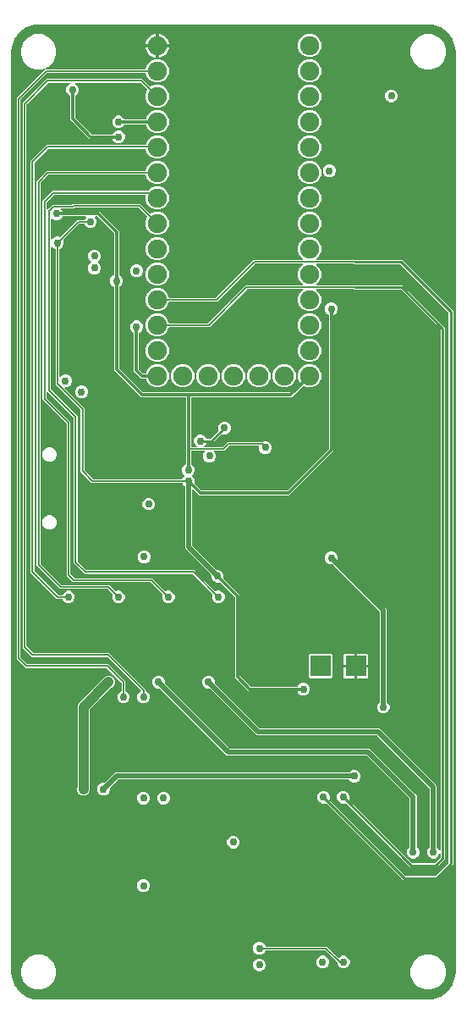
<source format=gbr>
G04 EAGLE Gerber RS-274X export*
G75*
%MOMM*%
%FSLAX34Y34*%
%LPD*%
%INBottom Copper*%
%IPPOS*%
%AMOC8*
5,1,8,0,0,1.08239X$1,22.5*%
G01*
%ADD10C,1.905000*%
%ADD11R,2.000000X2.000000*%
%ADD12C,0.756400*%
%ADD13C,0.300000*%
%ADD14C,0.200000*%
%ADD15C,0.500000*%
%ADD16C,0.152400*%
%ADD17C,0.250000*%
%ADD18C,1.000000*%

G36*
X420022Y2544D02*
X420022Y2544D01*
X420060Y2543D01*
X424236Y2872D01*
X424242Y2873D01*
X424247Y2873D01*
X424412Y2907D01*
X432356Y5488D01*
X432388Y5504D01*
X432422Y5513D01*
X432568Y5596D01*
X439326Y10506D01*
X439351Y10531D01*
X439381Y10550D01*
X439494Y10674D01*
X444404Y17432D01*
X444420Y17464D01*
X444443Y17491D01*
X444512Y17644D01*
X447093Y25588D01*
X447094Y25594D01*
X447097Y25599D01*
X447128Y25764D01*
X447457Y29940D01*
X447455Y29962D01*
X447459Y30000D01*
X447459Y950000D01*
X447456Y950022D01*
X447457Y950060D01*
X447128Y954236D01*
X447127Y954242D01*
X447127Y954247D01*
X447093Y954412D01*
X444512Y962356D01*
X444496Y962388D01*
X444487Y962422D01*
X444404Y962568D01*
X439494Y969326D01*
X439469Y969351D01*
X439450Y969381D01*
X439326Y969494D01*
X432568Y974404D01*
X432536Y974420D01*
X432509Y974443D01*
X432356Y974512D01*
X424412Y977093D01*
X424406Y977094D01*
X424401Y977097D01*
X424236Y977128D01*
X420060Y977457D01*
X420038Y977455D01*
X420000Y977459D01*
X30000Y977459D01*
X29978Y977456D01*
X29940Y977457D01*
X25764Y977128D01*
X25758Y977127D01*
X25753Y977127D01*
X25588Y977093D01*
X17644Y974512D01*
X17612Y974496D01*
X17578Y974487D01*
X17432Y974404D01*
X10674Y969494D01*
X10649Y969469D01*
X10619Y969450D01*
X10506Y969326D01*
X5596Y962568D01*
X5580Y962536D01*
X5557Y962509D01*
X5488Y962356D01*
X2907Y954412D01*
X2906Y954406D01*
X2903Y954401D01*
X2872Y954236D01*
X2543Y950060D01*
X2545Y950038D01*
X2541Y950000D01*
X2541Y30000D01*
X2544Y29978D01*
X2543Y29940D01*
X2872Y25764D01*
X2873Y25758D01*
X2873Y25753D01*
X2907Y25588D01*
X5488Y17644D01*
X5504Y17612D01*
X5513Y17578D01*
X5596Y17432D01*
X10506Y10674D01*
X10531Y10649D01*
X10550Y10619D01*
X10674Y10506D01*
X17432Y5596D01*
X17464Y5580D01*
X17491Y5557D01*
X17644Y5488D01*
X25588Y2907D01*
X25594Y2906D01*
X25599Y2903D01*
X25764Y2872D01*
X29940Y2543D01*
X29962Y2545D01*
X30000Y2541D01*
X420000Y2541D01*
X420022Y2544D01*
G37*
%LPC*%
G36*
X293742Y306677D02*
X293742Y306677D01*
X291418Y307640D01*
X289640Y309418D01*
X289345Y310129D01*
X289284Y310229D01*
X289224Y310329D01*
X289219Y310333D01*
X289216Y310338D01*
X289126Y310413D01*
X289037Y310489D01*
X289031Y310491D01*
X289026Y310495D01*
X288918Y310537D01*
X288809Y310581D01*
X288801Y310582D01*
X288797Y310583D01*
X288778Y310584D01*
X288642Y310599D01*
X240006Y310599D01*
X226599Y324006D01*
X226599Y404690D01*
X226585Y404780D01*
X226577Y404871D01*
X226565Y404901D01*
X226560Y404933D01*
X226517Y405014D01*
X226481Y405098D01*
X226455Y405130D01*
X226444Y405150D01*
X226421Y405173D01*
X226376Y405229D01*
X211798Y419807D01*
X211703Y419875D01*
X211609Y419945D01*
X211603Y419947D01*
X211598Y419950D01*
X211487Y419985D01*
X211376Y420021D01*
X211369Y420021D01*
X211363Y420023D01*
X211247Y420020D01*
X211130Y420018D01*
X211122Y420016D01*
X211117Y420016D01*
X211100Y420010D01*
X210969Y419972D01*
X210258Y419677D01*
X207742Y419677D01*
X205418Y420640D01*
X203640Y422418D01*
X202677Y424742D01*
X202677Y427198D01*
X202663Y427288D01*
X202655Y427379D01*
X202643Y427409D01*
X202638Y427441D01*
X202595Y427521D01*
X202559Y427605D01*
X202533Y427637D01*
X202522Y427658D01*
X202499Y427680D01*
X202454Y427736D01*
X176599Y453591D01*
X176599Y515144D01*
X176585Y515234D01*
X176577Y515325D01*
X176565Y515354D01*
X176560Y515386D01*
X176517Y515467D01*
X176481Y515551D01*
X176455Y515583D01*
X176444Y515604D01*
X176421Y515626D01*
X176376Y515682D01*
X174640Y517418D01*
X174138Y518629D01*
X174076Y518729D01*
X174017Y518829D01*
X174012Y518833D01*
X174009Y518838D01*
X173918Y518913D01*
X173830Y518989D01*
X173824Y518991D01*
X173819Y518995D01*
X173711Y519037D01*
X173602Y519081D01*
X173594Y519082D01*
X173590Y519083D01*
X173571Y519084D01*
X173435Y519099D01*
X83213Y519099D01*
X72099Y530213D01*
X72099Y591897D01*
X72085Y591987D01*
X72077Y592078D01*
X72065Y592108D01*
X72060Y592140D01*
X72017Y592221D01*
X71981Y592305D01*
X71955Y592337D01*
X71944Y592357D01*
X71921Y592380D01*
X71876Y592436D01*
X47099Y617213D01*
X47099Y752435D01*
X47080Y752550D01*
X47063Y752666D01*
X47061Y752672D01*
X47060Y752678D01*
X47005Y752780D01*
X46952Y752885D01*
X46947Y752890D01*
X46944Y752895D01*
X46860Y752975D01*
X46776Y753057D01*
X46770Y753061D01*
X46766Y753064D01*
X46749Y753072D01*
X46629Y753138D01*
X45418Y753640D01*
X43878Y755180D01*
X43820Y755222D01*
X43768Y755271D01*
X43721Y755293D01*
X43679Y755324D01*
X43610Y755345D01*
X43545Y755375D01*
X43493Y755381D01*
X43443Y755396D01*
X43372Y755394D01*
X43301Y755402D01*
X43250Y755391D01*
X43198Y755390D01*
X43130Y755365D01*
X43060Y755350D01*
X43015Y755323D01*
X42967Y755305D01*
X42911Y755260D01*
X42849Y755224D01*
X42815Y755184D01*
X42775Y755151D01*
X42736Y755091D01*
X42689Y755037D01*
X42670Y754988D01*
X42642Y754945D01*
X42624Y754875D01*
X42597Y754808D01*
X42589Y754737D01*
X42581Y754706D01*
X42583Y754683D01*
X42579Y754642D01*
X42579Y612425D01*
X42593Y612335D01*
X42601Y612244D01*
X42613Y612214D01*
X42618Y612182D01*
X42661Y612101D01*
X42697Y612017D01*
X42723Y611985D01*
X42734Y611965D01*
X42757Y611942D01*
X42802Y611886D01*
X68901Y585787D01*
X68901Y441103D01*
X68915Y441013D01*
X68923Y440922D01*
X68935Y440892D01*
X68940Y440860D01*
X68983Y440779D01*
X69019Y440695D01*
X69045Y440663D01*
X69056Y440643D01*
X69079Y440620D01*
X69124Y440564D01*
X77564Y432124D01*
X77638Y432071D01*
X77708Y432011D01*
X77738Y431999D01*
X77764Y431980D01*
X77851Y431953D01*
X77936Y431919D01*
X77977Y431915D01*
X77999Y431908D01*
X78031Y431909D01*
X78103Y431901D01*
X185787Y431901D01*
X187124Y430564D01*
X206702Y410986D01*
X206797Y410918D01*
X206891Y410848D01*
X206897Y410846D01*
X206902Y410843D01*
X207013Y410808D01*
X207124Y410772D01*
X207131Y410772D01*
X207137Y410770D01*
X207253Y410773D01*
X207370Y410774D01*
X207378Y410777D01*
X207383Y410777D01*
X207400Y410783D01*
X207531Y410821D01*
X208742Y411323D01*
X211258Y411323D01*
X213582Y410360D01*
X215360Y408582D01*
X216323Y406258D01*
X216323Y403742D01*
X215360Y401418D01*
X213582Y399640D01*
X211258Y398677D01*
X208742Y398677D01*
X206418Y399640D01*
X204640Y401418D01*
X203677Y403742D01*
X203677Y406258D01*
X204179Y407469D01*
X204206Y407582D01*
X204234Y407696D01*
X204234Y407702D01*
X204235Y407708D01*
X204224Y407824D01*
X204215Y407941D01*
X204213Y407947D01*
X204212Y407953D01*
X204164Y408061D01*
X204119Y408167D01*
X204114Y408173D01*
X204112Y408178D01*
X204099Y408192D01*
X204014Y408298D01*
X184436Y427876D01*
X184362Y427929D01*
X184292Y427989D01*
X184262Y428001D01*
X184236Y428020D01*
X184149Y428047D01*
X184064Y428081D01*
X184023Y428085D01*
X184001Y428092D01*
X183969Y428091D01*
X183897Y428099D01*
X76213Y428099D01*
X65099Y439213D01*
X65099Y583897D01*
X65085Y583987D01*
X65077Y584078D01*
X65065Y584108D01*
X65060Y584140D01*
X65017Y584221D01*
X64981Y584305D01*
X64955Y584337D01*
X64944Y584357D01*
X64921Y584380D01*
X64876Y584436D01*
X39200Y610112D01*
X39142Y610154D01*
X39090Y610203D01*
X39043Y610225D01*
X39001Y610255D01*
X38932Y610276D01*
X38867Y610307D01*
X38815Y610312D01*
X38765Y610328D01*
X38694Y610326D01*
X38623Y610334D01*
X38572Y610323D01*
X38520Y610321D01*
X38452Y610297D01*
X38382Y610281D01*
X38337Y610255D01*
X38289Y610237D01*
X38233Y610192D01*
X38171Y610155D01*
X38137Y610116D01*
X38097Y610083D01*
X38058Y610023D01*
X38011Y609968D01*
X37992Y609920D01*
X37964Y609876D01*
X37946Y609807D01*
X37919Y609740D01*
X37911Y609669D01*
X37903Y609638D01*
X37905Y609614D01*
X37901Y609573D01*
X37901Y604103D01*
X37915Y604013D01*
X37923Y603922D01*
X37935Y603892D01*
X37940Y603860D01*
X37983Y603779D01*
X38019Y603695D01*
X38045Y603663D01*
X38056Y603643D01*
X38079Y603620D01*
X38124Y603564D01*
X61901Y579787D01*
X61901Y428103D01*
X61915Y428013D01*
X61923Y427922D01*
X61935Y427892D01*
X61940Y427860D01*
X61983Y427779D01*
X62019Y427695D01*
X62045Y427663D01*
X62056Y427643D01*
X62079Y427620D01*
X62100Y427593D01*
X62103Y427589D01*
X62106Y427586D01*
X62124Y427564D01*
X65564Y424124D01*
X65638Y424071D01*
X65708Y424011D01*
X65738Y423999D01*
X65764Y423980D01*
X65851Y423953D01*
X65936Y423919D01*
X65977Y423915D01*
X65999Y423908D01*
X66031Y423909D01*
X66103Y423901D01*
X143787Y423901D01*
X156702Y410986D01*
X156796Y410919D01*
X156891Y410848D01*
X156897Y410846D01*
X156902Y410843D01*
X157012Y410809D01*
X157124Y410772D01*
X157131Y410772D01*
X157137Y410770D01*
X157253Y410773D01*
X157370Y410774D01*
X157378Y410777D01*
X157383Y410777D01*
X157400Y410783D01*
X157531Y410821D01*
X158742Y411323D01*
X161258Y411323D01*
X163582Y410360D01*
X165360Y408582D01*
X166323Y406258D01*
X166323Y403742D01*
X165360Y401418D01*
X163582Y399640D01*
X161258Y398677D01*
X158742Y398677D01*
X156418Y399640D01*
X154640Y401418D01*
X153677Y403742D01*
X153677Y406258D01*
X154179Y407469D01*
X154205Y407582D01*
X154234Y407696D01*
X154234Y407702D01*
X154235Y407708D01*
X154224Y407825D01*
X154215Y407941D01*
X154212Y407947D01*
X154212Y407953D01*
X154164Y408060D01*
X154119Y408167D01*
X154114Y408173D01*
X154112Y408178D01*
X154099Y408191D01*
X154014Y408298D01*
X142436Y419876D01*
X142362Y419929D01*
X142292Y419989D01*
X142262Y420001D01*
X142236Y420020D01*
X142149Y420047D01*
X142064Y420081D01*
X142023Y420085D01*
X142001Y420092D01*
X141969Y420091D01*
X141897Y420099D01*
X64213Y420099D01*
X58099Y426213D01*
X58099Y577897D01*
X58085Y577987D01*
X58077Y578078D01*
X58065Y578108D01*
X58060Y578140D01*
X58017Y578221D01*
X57981Y578305D01*
X57955Y578337D01*
X57944Y578357D01*
X57921Y578380D01*
X57876Y578436D01*
X34099Y602213D01*
X34099Y800787D01*
X44213Y810901D01*
X139286Y810901D01*
X139376Y810915D01*
X139467Y810923D01*
X139496Y810935D01*
X139528Y810940D01*
X139609Y810983D01*
X139693Y811019D01*
X139725Y811045D01*
X139746Y811056D01*
X139768Y811079D01*
X139824Y811124D01*
X142271Y813571D01*
X146507Y815326D01*
X151093Y815326D01*
X155329Y813571D01*
X158571Y810329D01*
X160326Y806093D01*
X160326Y801507D01*
X158571Y797271D01*
X155329Y794029D01*
X151093Y792274D01*
X146507Y792274D01*
X142271Y794029D01*
X139029Y797271D01*
X137274Y801507D01*
X137274Y806110D01*
X137285Y806133D01*
X137294Y806210D01*
X137311Y806286D01*
X137307Y806332D01*
X137312Y806377D01*
X137296Y806453D01*
X137288Y806531D01*
X137270Y806573D01*
X137260Y806618D01*
X137220Y806685D01*
X137188Y806756D01*
X137157Y806790D01*
X137134Y806829D01*
X137075Y806880D01*
X137022Y806937D01*
X136982Y806959D01*
X136947Y806989D01*
X136875Y807018D01*
X136807Y807055D01*
X136761Y807064D01*
X136719Y807081D01*
X136583Y807096D01*
X136564Y807099D01*
X136559Y807098D01*
X136552Y807099D01*
X46103Y807099D01*
X46013Y807085D01*
X45922Y807077D01*
X45892Y807065D01*
X45860Y807060D01*
X45779Y807017D01*
X45695Y806981D01*
X45663Y806955D01*
X45643Y806944D01*
X45620Y806921D01*
X45564Y806876D01*
X38124Y799436D01*
X38071Y799362D01*
X38011Y799292D01*
X37999Y799262D01*
X37980Y799236D01*
X37953Y799149D01*
X37919Y799064D01*
X37915Y799023D01*
X37908Y799001D01*
X37909Y798969D01*
X37901Y798897D01*
X37901Y792781D01*
X37912Y792711D01*
X37914Y792639D01*
X37932Y792590D01*
X37940Y792539D01*
X37974Y792475D01*
X37999Y792408D01*
X38031Y792367D01*
X38056Y792321D01*
X38108Y792272D01*
X38152Y792216D01*
X38196Y792188D01*
X38234Y792152D01*
X38299Y792122D01*
X38359Y792083D01*
X38410Y792070D01*
X38457Y792048D01*
X38528Y792040D01*
X38598Y792023D01*
X38650Y792027D01*
X38701Y792021D01*
X38772Y792036D01*
X38843Y792042D01*
X38891Y792062D01*
X38942Y792073D01*
X39003Y792110D01*
X39069Y792138D01*
X39125Y792183D01*
X39153Y792200D01*
X39168Y792217D01*
X39200Y792243D01*
X40114Y793157D01*
X44180Y797223D01*
X63219Y797223D01*
X63309Y797237D01*
X63400Y797245D01*
X63430Y797257D01*
X63462Y797262D01*
X63543Y797305D01*
X63627Y797341D01*
X63659Y797367D01*
X63679Y797378D01*
X63702Y797401D01*
X63758Y797446D01*
X64213Y797901D01*
X131987Y797901D01*
X141520Y788368D01*
X141599Y788311D01*
X141658Y788261D01*
X141678Y788253D01*
X141708Y788230D01*
X141714Y788228D01*
X141719Y788225D01*
X141830Y788191D01*
X141842Y788187D01*
X141886Y788169D01*
X141902Y788167D01*
X141942Y788154D01*
X141949Y788154D01*
X141954Y788152D01*
X142021Y788154D01*
X142053Y788151D01*
X142071Y788151D01*
X142102Y788156D01*
X142188Y788157D01*
X142195Y788159D01*
X142200Y788159D01*
X142218Y788165D01*
X142294Y788187D01*
X142314Y788190D01*
X142324Y788196D01*
X142349Y788203D01*
X146507Y789926D01*
X151093Y789926D01*
X155329Y788171D01*
X158571Y784929D01*
X160326Y780693D01*
X160326Y776107D01*
X158571Y771871D01*
X155329Y768629D01*
X151093Y766874D01*
X146507Y766874D01*
X142271Y768629D01*
X139029Y771871D01*
X137274Y776107D01*
X137274Y780693D01*
X138997Y784851D01*
X139005Y784887D01*
X139011Y784901D01*
X139014Y784925D01*
X139023Y784964D01*
X139052Y785078D01*
X139051Y785084D01*
X139053Y785090D01*
X139042Y785207D01*
X139033Y785323D01*
X139030Y785329D01*
X139030Y785335D01*
X138982Y785443D01*
X138936Y785549D01*
X138932Y785555D01*
X138930Y785560D01*
X138917Y785574D01*
X138832Y785680D01*
X130636Y793876D01*
X130562Y793929D01*
X130492Y793989D01*
X130462Y794001D01*
X130436Y794020D01*
X130349Y794047D01*
X130264Y794081D01*
X130223Y794085D01*
X130201Y794092D01*
X130169Y794091D01*
X130097Y794099D01*
X66103Y794099D01*
X66013Y794085D01*
X65922Y794077D01*
X65892Y794065D01*
X65860Y794060D01*
X65779Y794017D01*
X65695Y793981D01*
X65663Y793955D01*
X65643Y793944D01*
X65620Y793921D01*
X65564Y793876D01*
X65109Y793421D01*
X53358Y793421D01*
X53288Y793410D01*
X53216Y793408D01*
X53167Y793390D01*
X53115Y793382D01*
X53052Y793348D01*
X52985Y793323D01*
X52944Y793291D01*
X52898Y793266D01*
X52849Y793215D01*
X52793Y793170D01*
X52765Y793126D01*
X52729Y793088D01*
X52699Y793023D01*
X52660Y792963D01*
X52647Y792912D01*
X52625Y792865D01*
X52617Y792794D01*
X52600Y792724D01*
X52604Y792672D01*
X52598Y792621D01*
X52613Y792550D01*
X52619Y792479D01*
X52639Y792431D01*
X52650Y792380D01*
X52687Y792319D01*
X52715Y792253D01*
X52760Y792197D01*
X52776Y792169D01*
X52794Y792154D01*
X52820Y792122D01*
X53360Y791582D01*
X53655Y790871D01*
X53716Y790771D01*
X53776Y790671D01*
X53781Y790667D01*
X53784Y790662D01*
X53874Y790587D01*
X53963Y790511D01*
X53969Y790509D01*
X53974Y790505D01*
X54082Y790463D01*
X54191Y790419D01*
X54199Y790418D01*
X54203Y790417D01*
X54222Y790416D01*
X54358Y790401D01*
X90994Y790401D01*
X110401Y770994D01*
X110401Y727358D01*
X110420Y727243D01*
X110437Y727127D01*
X110439Y727121D01*
X110440Y727115D01*
X110495Y727013D01*
X110548Y726908D01*
X110553Y726903D01*
X110556Y726898D01*
X110640Y726818D01*
X110724Y726735D01*
X110730Y726732D01*
X110734Y726728D01*
X110751Y726721D01*
X110871Y726655D01*
X111582Y726360D01*
X113360Y724582D01*
X114323Y722258D01*
X114323Y719742D01*
X113360Y717418D01*
X111582Y715640D01*
X110871Y715345D01*
X110772Y715284D01*
X110671Y715224D01*
X110667Y715219D01*
X110662Y715216D01*
X110587Y715126D01*
X110511Y715037D01*
X110509Y715031D01*
X110505Y715026D01*
X110463Y714918D01*
X110419Y714809D01*
X110418Y714801D01*
X110417Y714797D01*
X110416Y714778D01*
X110401Y714642D01*
X110401Y634310D01*
X110415Y634220D01*
X110423Y634129D01*
X110435Y634099D01*
X110440Y634067D01*
X110483Y633986D01*
X110519Y633902D01*
X110545Y633870D01*
X110556Y633850D01*
X110579Y633827D01*
X110624Y633771D01*
X134771Y609624D01*
X134845Y609571D01*
X134915Y609511D01*
X134945Y609499D01*
X134971Y609480D01*
X135058Y609453D01*
X135143Y609419D01*
X135184Y609415D01*
X135206Y609408D01*
X135238Y609409D01*
X135310Y609401D01*
X280890Y609401D01*
X280980Y609415D01*
X281071Y609423D01*
X281101Y609435D01*
X281133Y609440D01*
X281214Y609483D01*
X281298Y609519D01*
X281330Y609545D01*
X281350Y609556D01*
X281373Y609579D01*
X281429Y609624D01*
X291025Y619220D01*
X291092Y619314D01*
X291162Y619408D01*
X291164Y619414D01*
X291168Y619419D01*
X291202Y619530D01*
X291239Y619642D01*
X291239Y619648D01*
X291240Y619654D01*
X291237Y619771D01*
X291236Y619888D01*
X291234Y619895D01*
X291234Y619900D01*
X291228Y619918D01*
X291190Y620049D01*
X289674Y623707D01*
X289674Y628293D01*
X291429Y632529D01*
X294671Y635771D01*
X298907Y637526D01*
X303493Y637526D01*
X307729Y635771D01*
X310971Y632529D01*
X312726Y628293D01*
X312726Y623707D01*
X310971Y619471D01*
X307729Y616229D01*
X303493Y614474D01*
X298907Y614474D01*
X295249Y615990D01*
X295136Y616016D01*
X295022Y616045D01*
X295016Y616044D01*
X295010Y616046D01*
X294893Y616035D01*
X294777Y616026D01*
X294771Y616023D01*
X294765Y616023D01*
X294657Y615975D01*
X294551Y615929D01*
X294545Y615925D01*
X294540Y615923D01*
X294526Y615910D01*
X294420Y615825D01*
X283194Y604599D01*
X183162Y604599D01*
X183142Y604596D01*
X183123Y604598D01*
X183021Y604576D01*
X182919Y604560D01*
X182902Y604550D01*
X182882Y604546D01*
X182793Y604493D01*
X182702Y604444D01*
X182688Y604430D01*
X182671Y604420D01*
X182604Y604341D01*
X182532Y604266D01*
X182524Y604248D01*
X182511Y604233D01*
X182472Y604137D01*
X182429Y604043D01*
X182427Y604023D01*
X182419Y604005D01*
X182401Y603838D01*
X182401Y555424D01*
X182404Y555404D01*
X182402Y555385D01*
X182424Y555283D01*
X182440Y555181D01*
X182450Y555164D01*
X182454Y555144D01*
X182507Y555055D01*
X182556Y554964D01*
X182570Y554950D01*
X182580Y554933D01*
X182659Y554866D01*
X182734Y554794D01*
X182752Y554786D01*
X182767Y554773D01*
X182863Y554734D01*
X182957Y554691D01*
X182977Y554689D01*
X182995Y554681D01*
X183162Y554663D01*
X187558Y554663D01*
X187628Y554674D01*
X187700Y554676D01*
X187749Y554694D01*
X187801Y554702D01*
X187864Y554736D01*
X187931Y554761D01*
X187972Y554793D01*
X188018Y554818D01*
X188067Y554870D01*
X188123Y554914D01*
X188151Y554958D01*
X188187Y554996D01*
X188217Y555061D01*
X188256Y555121D01*
X188269Y555172D01*
X188291Y555219D01*
X188299Y555290D01*
X188316Y555360D01*
X188312Y555412D01*
X188318Y555463D01*
X188303Y555534D01*
X188297Y555605D01*
X188277Y555653D01*
X188266Y555704D01*
X188229Y555765D01*
X188201Y555831D01*
X188156Y555887D01*
X188140Y555915D01*
X188122Y555930D01*
X188096Y555962D01*
X186640Y557418D01*
X185677Y559742D01*
X185677Y562258D01*
X186640Y564582D01*
X188418Y566360D01*
X190742Y567323D01*
X193258Y567323D01*
X195582Y566360D01*
X197360Y564582D01*
X197758Y563621D01*
X197820Y563521D01*
X197880Y563421D01*
X197884Y563417D01*
X197888Y563412D01*
X197978Y563337D01*
X198067Y563261D01*
X198072Y563259D01*
X198077Y563255D01*
X198186Y563213D01*
X198295Y563169D01*
X198302Y563168D01*
X198307Y563167D01*
X198325Y563166D01*
X198461Y563151D01*
X201794Y563151D01*
X201884Y563165D01*
X201975Y563173D01*
X202005Y563185D01*
X202037Y563190D01*
X202117Y563233D01*
X202201Y563269D01*
X202233Y563295D01*
X202254Y563306D01*
X202276Y563329D01*
X202332Y563374D01*
X209910Y570952D01*
X209979Y571047D01*
X210048Y571141D01*
X210050Y571146D01*
X210054Y571152D01*
X210088Y571263D01*
X210124Y571374D01*
X210124Y571381D01*
X210126Y571387D01*
X210123Y571503D01*
X210122Y571620D01*
X210120Y571628D01*
X210120Y571633D01*
X210113Y571650D01*
X210075Y571781D01*
X209677Y572742D01*
X209677Y575258D01*
X210640Y577582D01*
X212418Y579360D01*
X214742Y580323D01*
X217258Y580323D01*
X219582Y579360D01*
X221360Y577582D01*
X222323Y575258D01*
X222323Y572742D01*
X221360Y570418D01*
X219582Y568640D01*
X217258Y567677D01*
X214742Y567677D01*
X213781Y568075D01*
X213668Y568102D01*
X213554Y568131D01*
X213548Y568130D01*
X213542Y568131D01*
X213426Y568120D01*
X213309Y568111D01*
X213303Y568109D01*
X213297Y568108D01*
X213190Y568061D01*
X213083Y568015D01*
X213077Y568010D01*
X213072Y568008D01*
X213059Y567996D01*
X212952Y567910D01*
X205374Y560332D01*
X203891Y558849D01*
X198461Y558849D01*
X198347Y558830D01*
X198230Y558813D01*
X198225Y558811D01*
X198219Y558810D01*
X198116Y558755D01*
X198011Y558702D01*
X198007Y558697D01*
X198001Y558694D01*
X197921Y558610D01*
X197839Y558526D01*
X197835Y558520D01*
X197832Y558516D01*
X197824Y558499D01*
X197758Y558379D01*
X197360Y557418D01*
X195904Y555962D01*
X195862Y555904D01*
X195813Y555852D01*
X195791Y555805D01*
X195760Y555763D01*
X195739Y555694D01*
X195709Y555629D01*
X195703Y555577D01*
X195688Y555527D01*
X195690Y555456D01*
X195682Y555385D01*
X195693Y555334D01*
X195694Y555282D01*
X195719Y555214D01*
X195734Y555144D01*
X195761Y555099D01*
X195779Y555051D01*
X195824Y554995D01*
X195860Y554933D01*
X195900Y554899D01*
X195933Y554859D01*
X195993Y554820D01*
X196047Y554773D01*
X196096Y554754D01*
X196139Y554726D01*
X196209Y554708D01*
X196276Y554681D01*
X196347Y554673D01*
X196378Y554665D01*
X196401Y554667D01*
X196442Y554663D01*
X213996Y554663D01*
X214086Y554677D01*
X214177Y554685D01*
X214207Y554697D01*
X214239Y554702D01*
X214319Y554745D01*
X214403Y554781D01*
X214435Y554807D01*
X214456Y554818D01*
X214478Y554841D01*
X214534Y554886D01*
X219311Y559663D01*
X252934Y559663D01*
X253024Y559677D01*
X253115Y559685D01*
X253144Y559697D01*
X253176Y559702D01*
X253257Y559745D01*
X253341Y559781D01*
X253373Y559807D01*
X253394Y559818D01*
X253401Y559825D01*
X255742Y560795D01*
X258258Y560795D01*
X260582Y559832D01*
X262360Y558054D01*
X263323Y555730D01*
X263323Y553214D01*
X262360Y550890D01*
X260582Y549112D01*
X258258Y548149D01*
X255742Y548149D01*
X253418Y549112D01*
X251640Y550890D01*
X250677Y553214D01*
X250677Y555576D01*
X250674Y555596D01*
X250676Y555615D01*
X250654Y555717D01*
X250638Y555819D01*
X250628Y555836D01*
X250624Y555856D01*
X250571Y555945D01*
X250522Y556036D01*
X250508Y556050D01*
X250498Y556067D01*
X250419Y556134D01*
X250344Y556206D01*
X250326Y556214D01*
X250311Y556227D01*
X250215Y556266D01*
X250121Y556309D01*
X250101Y556311D01*
X250083Y556319D01*
X249916Y556337D01*
X221004Y556337D01*
X220914Y556323D01*
X220823Y556315D01*
X220793Y556303D01*
X220761Y556298D01*
X220681Y556255D01*
X220597Y556219D01*
X220565Y556193D01*
X220544Y556182D01*
X220522Y556159D01*
X220466Y556114D01*
X215689Y551337D01*
X206358Y551337D01*
X206288Y551326D01*
X206216Y551324D01*
X206167Y551306D01*
X206115Y551298D01*
X206052Y551264D01*
X205985Y551239D01*
X205944Y551207D01*
X205898Y551182D01*
X205849Y551131D01*
X205793Y551086D01*
X205765Y551042D01*
X205729Y551004D01*
X205699Y550939D01*
X205660Y550879D01*
X205647Y550828D01*
X205625Y550781D01*
X205617Y550710D01*
X205600Y550640D01*
X205604Y550588D01*
X205598Y550537D01*
X205613Y550466D01*
X205619Y550395D01*
X205639Y550347D01*
X205650Y550296D01*
X205687Y550235D01*
X205715Y550169D01*
X205760Y550113D01*
X205776Y550085D01*
X205794Y550070D01*
X205820Y550038D01*
X206360Y549498D01*
X207323Y547174D01*
X207323Y544658D01*
X206360Y542334D01*
X204582Y540556D01*
X202258Y539593D01*
X199742Y539593D01*
X197418Y540556D01*
X195640Y542334D01*
X194677Y544658D01*
X194677Y547174D01*
X195640Y549498D01*
X196180Y550038D01*
X196222Y550096D01*
X196271Y550148D01*
X196293Y550195D01*
X196324Y550237D01*
X196345Y550306D01*
X196375Y550371D01*
X196381Y550423D01*
X196396Y550473D01*
X196394Y550544D01*
X196402Y550615D01*
X196391Y550666D01*
X196390Y550718D01*
X196365Y550786D01*
X196350Y550856D01*
X196323Y550901D01*
X196305Y550949D01*
X196260Y551005D01*
X196224Y551067D01*
X196184Y551101D01*
X196151Y551141D01*
X196091Y551180D01*
X196037Y551227D01*
X195988Y551246D01*
X195945Y551274D01*
X195875Y551292D01*
X195808Y551319D01*
X195737Y551327D01*
X195706Y551335D01*
X195683Y551333D01*
X195642Y551337D01*
X183162Y551337D01*
X183142Y551334D01*
X183123Y551336D01*
X183021Y551314D01*
X182919Y551298D01*
X182902Y551288D01*
X182882Y551284D01*
X182793Y551231D01*
X182702Y551182D01*
X182688Y551168D01*
X182671Y551158D01*
X182604Y551079D01*
X182532Y551004D01*
X182524Y550986D01*
X182511Y550971D01*
X182472Y550875D01*
X182429Y550781D01*
X182427Y550761D01*
X182419Y550743D01*
X182401Y550576D01*
X182401Y538358D01*
X182420Y538243D01*
X182437Y538127D01*
X182439Y538121D01*
X182440Y538115D01*
X182495Y538013D01*
X182548Y537908D01*
X182553Y537903D01*
X182556Y537898D01*
X182640Y537818D01*
X182724Y537735D01*
X182730Y537732D01*
X182734Y537728D01*
X182751Y537721D01*
X182871Y537655D01*
X183582Y537360D01*
X185360Y535582D01*
X186323Y533258D01*
X186323Y530742D01*
X185360Y528418D01*
X183980Y527038D01*
X183968Y527022D01*
X183953Y527010D01*
X183897Y526922D01*
X183836Y526839D01*
X183831Y526820D01*
X183820Y526803D01*
X183795Y526702D01*
X183764Y526603D01*
X183765Y526584D01*
X183760Y526564D01*
X183768Y526461D01*
X183770Y526358D01*
X183777Y526339D01*
X183779Y526319D01*
X183819Y526224D01*
X183855Y526127D01*
X183867Y526111D01*
X183875Y526093D01*
X183980Y525962D01*
X185360Y524582D01*
X186323Y522258D01*
X186323Y519742D01*
X186028Y519031D01*
X186002Y518918D01*
X185973Y518804D01*
X185974Y518798D01*
X185972Y518792D01*
X185983Y518675D01*
X185992Y518559D01*
X185995Y518553D01*
X185995Y518547D01*
X186043Y518440D01*
X186088Y518333D01*
X186093Y518327D01*
X186095Y518322D01*
X186108Y518309D01*
X186193Y518202D01*
X192771Y511624D01*
X192845Y511571D01*
X192915Y511511D01*
X192945Y511499D01*
X192971Y511480D01*
X193058Y511453D01*
X193143Y511419D01*
X193184Y511415D01*
X193206Y511408D01*
X193238Y511409D01*
X193310Y511401D01*
X278690Y511401D01*
X278780Y511415D01*
X278871Y511423D01*
X278901Y511435D01*
X278933Y511440D01*
X279014Y511483D01*
X279098Y511519D01*
X279130Y511545D01*
X279150Y511556D01*
X279173Y511579D01*
X279229Y511624D01*
X320376Y552771D01*
X320429Y552845D01*
X320489Y552915D01*
X320501Y552945D01*
X320520Y552971D01*
X320547Y553058D01*
X320581Y553143D01*
X320585Y553184D01*
X320592Y553206D01*
X320591Y553238D01*
X320599Y553310D01*
X320599Y686642D01*
X320580Y686757D01*
X320563Y686873D01*
X320561Y686879D01*
X320560Y686885D01*
X320505Y686987D01*
X320452Y687092D01*
X320447Y687097D01*
X320444Y687102D01*
X320360Y687182D01*
X320276Y687265D01*
X320270Y687268D01*
X320266Y687272D01*
X320249Y687279D01*
X320129Y687345D01*
X319418Y687640D01*
X317640Y689418D01*
X316677Y691742D01*
X316677Y694258D01*
X317640Y696582D01*
X319418Y698360D01*
X321742Y699323D01*
X324258Y699323D01*
X326582Y698360D01*
X328360Y696582D01*
X329323Y694258D01*
X329323Y691742D01*
X328360Y689418D01*
X326582Y687640D01*
X325871Y687345D01*
X325771Y687284D01*
X325671Y687224D01*
X325667Y687219D01*
X325662Y687216D01*
X325587Y687126D01*
X325511Y687037D01*
X325509Y687031D01*
X325505Y687026D01*
X325463Y686918D01*
X325419Y686809D01*
X325418Y686801D01*
X325417Y686797D01*
X325416Y686778D01*
X325401Y686642D01*
X325401Y551006D01*
X280994Y506599D01*
X191006Y506599D01*
X184700Y512905D01*
X184642Y512946D01*
X184590Y512996D01*
X184543Y513018D01*
X184501Y513048D01*
X184432Y513069D01*
X184367Y513099D01*
X184315Y513105D01*
X184265Y513121D01*
X184194Y513119D01*
X184123Y513127D01*
X184072Y513115D01*
X184020Y513114D01*
X183952Y513090D01*
X183882Y513074D01*
X183837Y513048D01*
X183789Y513030D01*
X183733Y512985D01*
X183671Y512948D01*
X183637Y512909D01*
X183597Y512876D01*
X183558Y512816D01*
X183511Y512761D01*
X183492Y512713D01*
X183464Y512669D01*
X183446Y512600D01*
X183419Y512533D01*
X183411Y512462D01*
X183403Y512431D01*
X183405Y512407D01*
X183401Y512366D01*
X183401Y456724D01*
X183415Y456634D01*
X183423Y456543D01*
X183435Y456513D01*
X183440Y456481D01*
X183483Y456401D01*
X183519Y456317D01*
X183545Y456285D01*
X183556Y456264D01*
X183579Y456242D01*
X183624Y456186D01*
X207264Y432546D01*
X207338Y432493D01*
X207407Y432433D01*
X207437Y432421D01*
X207463Y432402D01*
X207550Y432375D01*
X207635Y432341D01*
X207676Y432337D01*
X207698Y432330D01*
X207731Y432331D01*
X207802Y432323D01*
X210258Y432323D01*
X212582Y431360D01*
X214360Y429582D01*
X215323Y427258D01*
X215323Y424742D01*
X215028Y424031D01*
X215002Y423918D01*
X214973Y423804D01*
X214974Y423798D01*
X214972Y423792D01*
X214983Y423675D01*
X214992Y423559D01*
X214995Y423553D01*
X214995Y423547D01*
X215043Y423440D01*
X215088Y423333D01*
X215093Y423327D01*
X215095Y423322D01*
X215108Y423309D01*
X215193Y423202D01*
X231401Y406994D01*
X231401Y326310D01*
X231415Y326220D01*
X231423Y326129D01*
X231435Y326099D01*
X231440Y326067D01*
X231483Y325986D01*
X231519Y325902D01*
X231545Y325870D01*
X231556Y325850D01*
X231579Y325827D01*
X231624Y325771D01*
X241771Y315624D01*
X241845Y315571D01*
X241915Y315511D01*
X241945Y315499D01*
X241971Y315480D01*
X242058Y315453D01*
X242143Y315419D01*
X242184Y315415D01*
X242206Y315408D01*
X242238Y315409D01*
X242310Y315401D01*
X288642Y315401D01*
X288757Y315420D01*
X288873Y315437D01*
X288879Y315439D01*
X288885Y315440D01*
X288987Y315495D01*
X289092Y315548D01*
X289097Y315553D01*
X289102Y315556D01*
X289182Y315640D01*
X289265Y315724D01*
X289268Y315730D01*
X289272Y315734D01*
X289279Y315751D01*
X289345Y315871D01*
X289640Y316582D01*
X291418Y318360D01*
X293742Y319323D01*
X296258Y319323D01*
X298582Y318360D01*
X300360Y316582D01*
X301323Y314258D01*
X301323Y311742D01*
X300360Y309418D01*
X298582Y307640D01*
X296258Y306677D01*
X293742Y306677D01*
G37*
%LPD*%
G36*
X173550Y522920D02*
X173550Y522920D01*
X173666Y522937D01*
X173672Y522939D01*
X173678Y522940D01*
X173780Y522995D01*
X173885Y523048D01*
X173890Y523053D01*
X173895Y523056D01*
X173975Y523140D01*
X174057Y523224D01*
X174061Y523230D01*
X174064Y523234D01*
X174072Y523251D01*
X174138Y523371D01*
X174640Y524582D01*
X176020Y525962D01*
X176032Y525978D01*
X176047Y525990D01*
X176103Y526078D01*
X176164Y526161D01*
X176169Y526180D01*
X176180Y526197D01*
X176206Y526298D01*
X176236Y526397D01*
X176235Y526416D01*
X176240Y526436D01*
X176232Y526539D01*
X176230Y526642D01*
X176223Y526661D01*
X176221Y526681D01*
X176181Y526776D01*
X176145Y526873D01*
X176133Y526889D01*
X176125Y526907D01*
X176020Y527038D01*
X174640Y528418D01*
X173677Y530742D01*
X173677Y533258D01*
X174640Y535582D01*
X176418Y537360D01*
X177129Y537655D01*
X177229Y537716D01*
X177329Y537776D01*
X177333Y537781D01*
X177338Y537784D01*
X177413Y537874D01*
X177489Y537963D01*
X177491Y537969D01*
X177495Y537974D01*
X177537Y538082D01*
X177581Y538191D01*
X177582Y538199D01*
X177583Y538203D01*
X177584Y538222D01*
X177599Y538358D01*
X177599Y603838D01*
X177596Y603858D01*
X177598Y603877D01*
X177576Y603979D01*
X177560Y604081D01*
X177550Y604098D01*
X177546Y604118D01*
X177493Y604207D01*
X177444Y604298D01*
X177430Y604312D01*
X177420Y604329D01*
X177341Y604396D01*
X177266Y604468D01*
X177248Y604476D01*
X177233Y604489D01*
X177137Y604528D01*
X177043Y604571D01*
X177023Y604573D01*
X177005Y604581D01*
X176838Y604599D01*
X133006Y604599D01*
X131376Y606229D01*
X107229Y630376D01*
X107228Y630376D01*
X105599Y632006D01*
X105599Y714642D01*
X105581Y714757D01*
X105563Y714873D01*
X105561Y714879D01*
X105560Y714885D01*
X105505Y714988D01*
X105452Y715092D01*
X105447Y715097D01*
X105444Y715102D01*
X105359Y715183D01*
X105276Y715265D01*
X105270Y715268D01*
X105266Y715272D01*
X105249Y715280D01*
X105129Y715345D01*
X104418Y715640D01*
X102640Y717418D01*
X101677Y719742D01*
X101677Y722258D01*
X102640Y724582D01*
X104418Y726360D01*
X105129Y726655D01*
X105229Y726716D01*
X105329Y726776D01*
X105333Y726781D01*
X105338Y726784D01*
X105413Y726874D01*
X105489Y726963D01*
X105491Y726969D01*
X105495Y726974D01*
X105537Y727082D01*
X105581Y727191D01*
X105582Y727199D01*
X105583Y727203D01*
X105584Y727222D01*
X105599Y727358D01*
X105599Y768690D01*
X105585Y768780D01*
X105577Y768871D01*
X105565Y768901D01*
X105560Y768933D01*
X105517Y769014D01*
X105481Y769098D01*
X105455Y769130D01*
X105444Y769150D01*
X105421Y769173D01*
X105376Y769229D01*
X89229Y785376D01*
X89155Y785429D01*
X89085Y785489D01*
X89055Y785501D01*
X89029Y785520D01*
X88942Y785547D01*
X88857Y785581D01*
X88816Y785585D01*
X88794Y785592D01*
X88762Y785591D01*
X88690Y785599D01*
X87180Y785599D01*
X87110Y785588D01*
X87038Y785586D01*
X86989Y785568D01*
X86937Y785560D01*
X86874Y785526D01*
X86807Y785501D01*
X86766Y785469D01*
X86720Y785444D01*
X86671Y785392D01*
X86615Y785348D01*
X86587Y785304D01*
X86551Y785266D01*
X86521Y785201D01*
X86482Y785141D01*
X86469Y785090D01*
X86447Y785043D01*
X86439Y784972D01*
X86422Y784902D01*
X86426Y784850D01*
X86420Y784799D01*
X86435Y784728D01*
X86441Y784657D01*
X86461Y784609D01*
X86472Y784558D01*
X86509Y784497D01*
X86537Y784431D01*
X86582Y784375D01*
X86598Y784347D01*
X86616Y784332D01*
X86642Y784300D01*
X87360Y783582D01*
X88323Y781258D01*
X88323Y778742D01*
X87360Y776418D01*
X85582Y774640D01*
X83258Y773677D01*
X80742Y773677D01*
X78418Y774640D01*
X76640Y776418D01*
X76138Y777629D01*
X76076Y777729D01*
X76017Y777829D01*
X76012Y777833D01*
X76009Y777838D01*
X75918Y777913D01*
X75830Y777989D01*
X75824Y777991D01*
X75819Y777995D01*
X75711Y778037D01*
X75602Y778081D01*
X75594Y778082D01*
X75590Y778083D01*
X75571Y778084D01*
X75435Y778099D01*
X71103Y778099D01*
X71013Y778085D01*
X70922Y778077D01*
X70892Y778065D01*
X70860Y778060D01*
X70779Y778017D01*
X70695Y777981D01*
X70663Y777955D01*
X70643Y777944D01*
X70620Y777921D01*
X70564Y777876D01*
X54986Y762298D01*
X54918Y762203D01*
X54848Y762109D01*
X54846Y762103D01*
X54843Y762098D01*
X54808Y761987D01*
X54772Y761876D01*
X54772Y761869D01*
X54770Y761863D01*
X54773Y761747D01*
X54774Y761630D01*
X54777Y761622D01*
X54777Y761617D01*
X54783Y761600D01*
X54821Y761469D01*
X55323Y760258D01*
X55323Y757742D01*
X54360Y755418D01*
X52582Y753640D01*
X51371Y753138D01*
X51271Y753076D01*
X51171Y753017D01*
X51167Y753012D01*
X51162Y753009D01*
X51087Y752918D01*
X51011Y752830D01*
X51009Y752824D01*
X51005Y752819D01*
X50963Y752711D01*
X50919Y752602D01*
X50918Y752594D01*
X50917Y752590D01*
X50916Y752571D01*
X50901Y752435D01*
X50901Y625680D01*
X50912Y625610D01*
X50914Y625538D01*
X50932Y625489D01*
X50940Y625437D01*
X50974Y625374D01*
X50999Y625307D01*
X51031Y625266D01*
X51056Y625220D01*
X51108Y625171D01*
X51152Y625115D01*
X51196Y625087D01*
X51234Y625051D01*
X51299Y625021D01*
X51359Y624982D01*
X51410Y624969D01*
X51457Y624947D01*
X51528Y624939D01*
X51598Y624922D01*
X51650Y624926D01*
X51701Y624920D01*
X51772Y624935D01*
X51843Y624941D01*
X51891Y624961D01*
X51942Y624972D01*
X52003Y625009D01*
X52069Y625037D01*
X52125Y625082D01*
X52153Y625098D01*
X52168Y625116D01*
X52200Y625142D01*
X53418Y626360D01*
X55742Y627323D01*
X58258Y627323D01*
X60582Y626360D01*
X62360Y624582D01*
X63323Y622258D01*
X63323Y619742D01*
X62360Y617418D01*
X60582Y615640D01*
X58258Y614677D01*
X56849Y614677D01*
X56778Y614666D01*
X56706Y614664D01*
X56657Y614646D01*
X56606Y614638D01*
X56542Y614604D01*
X56475Y614579D01*
X56434Y614547D01*
X56388Y614522D01*
X56339Y614470D01*
X56283Y614426D01*
X56255Y614382D01*
X56219Y614344D01*
X56189Y614279D01*
X56150Y614219D01*
X56137Y614168D01*
X56115Y614121D01*
X56108Y614050D01*
X56090Y613980D01*
X56094Y613928D01*
X56088Y613877D01*
X56104Y613806D01*
X56109Y613735D01*
X56130Y613687D01*
X56141Y613636D01*
X56177Y613575D01*
X56205Y613509D01*
X56250Y613453D01*
X56267Y613425D01*
X56285Y613410D01*
X56310Y613378D01*
X74564Y595124D01*
X75901Y593787D01*
X75901Y532103D01*
X75915Y532013D01*
X75923Y531922D01*
X75935Y531892D01*
X75940Y531860D01*
X75983Y531779D01*
X76019Y531695D01*
X76045Y531663D01*
X76056Y531643D01*
X76079Y531620D01*
X76124Y531564D01*
X84564Y523124D01*
X84638Y523071D01*
X84708Y523011D01*
X84738Y522999D01*
X84764Y522980D01*
X84851Y522953D01*
X84936Y522919D01*
X84977Y522915D01*
X84999Y522908D01*
X85031Y522909D01*
X85103Y522901D01*
X173435Y522901D01*
X173550Y522920D01*
G37*
%LPC*%
G36*
X395109Y121849D02*
X395109Y121849D01*
X393626Y123332D01*
X318048Y198910D01*
X317953Y198978D01*
X317859Y199048D01*
X317853Y199050D01*
X317848Y199054D01*
X317737Y199088D01*
X317626Y199124D01*
X317619Y199124D01*
X317613Y199126D01*
X317497Y199123D01*
X317380Y199122D01*
X317372Y199120D01*
X317367Y199120D01*
X317350Y199113D01*
X317219Y199075D01*
X316258Y198677D01*
X313742Y198677D01*
X311418Y199640D01*
X309640Y201418D01*
X308677Y203742D01*
X308677Y206258D01*
X309640Y208582D01*
X311418Y210360D01*
X313742Y211323D01*
X316258Y211323D01*
X318582Y210360D01*
X320360Y208582D01*
X321323Y206258D01*
X321323Y203742D01*
X320925Y202781D01*
X320898Y202668D01*
X320869Y202554D01*
X320870Y202548D01*
X320869Y202542D01*
X320880Y202426D01*
X320889Y202309D01*
X320891Y202303D01*
X320892Y202297D01*
X320939Y202190D01*
X320985Y202083D01*
X320990Y202077D01*
X320992Y202072D01*
X321004Y202059D01*
X321090Y201952D01*
X396668Y126374D01*
X396742Y126321D01*
X396811Y126261D01*
X396841Y126249D01*
X396868Y126230D01*
X396955Y126203D01*
X397039Y126169D01*
X397080Y126165D01*
X397103Y126158D01*
X397135Y126159D01*
X397206Y126151D01*
X427194Y126151D01*
X427284Y126165D01*
X427375Y126173D01*
X427405Y126185D01*
X427437Y126190D01*
X427517Y126233D01*
X427601Y126269D01*
X427633Y126295D01*
X427654Y126306D01*
X427676Y126329D01*
X427732Y126374D01*
X440326Y138968D01*
X440379Y139042D01*
X440439Y139111D01*
X440451Y139141D01*
X440470Y139168D01*
X440497Y139255D01*
X440531Y139339D01*
X440535Y139380D01*
X440542Y139403D01*
X440541Y139435D01*
X440549Y139506D01*
X440549Y688694D01*
X440535Y688784D01*
X440527Y688875D01*
X440515Y688905D01*
X440510Y688937D01*
X440467Y689017D01*
X440431Y689101D01*
X440405Y689133D01*
X440394Y689154D01*
X440371Y689176D01*
X440326Y689232D01*
X391807Y737751D01*
X391733Y737804D01*
X391664Y737864D01*
X391634Y737876D01*
X391607Y737895D01*
X391520Y737922D01*
X391436Y737956D01*
X391395Y737960D01*
X391372Y737967D01*
X391340Y737966D01*
X391269Y737974D01*
X345497Y737974D01*
X345470Y738001D01*
X345396Y738054D01*
X345327Y738114D01*
X345297Y738126D01*
X345270Y738145D01*
X345183Y738172D01*
X345099Y738206D01*
X345058Y738210D01*
X345035Y738217D01*
X345003Y738216D01*
X344932Y738224D01*
X308713Y738224D01*
X308643Y738213D01*
X308571Y738211D01*
X308522Y738193D01*
X308471Y738185D01*
X308407Y738151D01*
X308340Y738126D01*
X308299Y738094D01*
X308253Y738069D01*
X308204Y738017D01*
X308148Y737973D01*
X308120Y737929D01*
X308084Y737891D01*
X308054Y737826D01*
X308015Y737766D01*
X308002Y737715D01*
X307980Y737668D01*
X307972Y737597D01*
X307955Y737527D01*
X307959Y737475D01*
X307953Y737424D01*
X307968Y737353D01*
X307974Y737282D01*
X307994Y737234D01*
X308005Y737183D01*
X308042Y737122D01*
X308070Y737056D01*
X308115Y737000D01*
X308132Y736972D01*
X308149Y736957D01*
X308175Y736925D01*
X310971Y734129D01*
X312726Y729893D01*
X312726Y725307D01*
X310971Y721071D01*
X307825Y717925D01*
X307783Y717867D01*
X307734Y717815D01*
X307712Y717768D01*
X307682Y717726D01*
X307660Y717657D01*
X307630Y717592D01*
X307625Y717540D01*
X307609Y717490D01*
X307611Y717419D01*
X307603Y717348D01*
X307614Y717297D01*
X307616Y717245D01*
X307640Y717177D01*
X307655Y717107D01*
X307682Y717062D01*
X307700Y717014D01*
X307745Y716958D01*
X307782Y716896D01*
X307821Y716862D01*
X307854Y716822D01*
X307914Y716783D01*
X307968Y716736D01*
X308017Y716717D01*
X308061Y716689D01*
X308130Y716671D01*
X308197Y716644D01*
X308268Y716636D01*
X308299Y716628D01*
X308322Y716630D01*
X308363Y716626D01*
X344932Y716626D01*
X345022Y716640D01*
X345113Y716648D01*
X345143Y716660D01*
X345175Y716665D01*
X345255Y716708D01*
X345339Y716744D01*
X345371Y716770D01*
X345392Y716781D01*
X345414Y716804D01*
X345470Y716849D01*
X345497Y716876D01*
X394366Y716876D01*
X436751Y674491D01*
X436751Y143109D01*
X428391Y134749D01*
X402209Y134749D01*
X400726Y136232D01*
X338048Y198910D01*
X337953Y198978D01*
X337859Y199048D01*
X337853Y199050D01*
X337848Y199054D01*
X337737Y199088D01*
X337626Y199124D01*
X337619Y199124D01*
X337613Y199126D01*
X337497Y199123D01*
X337380Y199122D01*
X337372Y199120D01*
X337367Y199120D01*
X337350Y199113D01*
X337219Y199075D01*
X336258Y198677D01*
X333742Y198677D01*
X331418Y199640D01*
X329640Y201418D01*
X328677Y203742D01*
X328677Y206258D01*
X329640Y208582D01*
X331418Y210360D01*
X333742Y211323D01*
X336258Y211323D01*
X338582Y210360D01*
X340360Y208582D01*
X341323Y206258D01*
X341323Y203742D01*
X340925Y202781D01*
X340898Y202668D01*
X340869Y202554D01*
X340870Y202548D01*
X340869Y202542D01*
X340880Y202426D01*
X340889Y202309D01*
X340891Y202303D01*
X340892Y202297D01*
X340939Y202190D01*
X340985Y202083D01*
X340990Y202077D01*
X340992Y202072D01*
X341004Y202059D01*
X341090Y201952D01*
X403768Y139274D01*
X403842Y139221D01*
X403911Y139161D01*
X403941Y139149D01*
X403968Y139130D01*
X404055Y139103D01*
X404139Y139069D01*
X404180Y139065D01*
X404203Y139058D01*
X404235Y139059D01*
X404306Y139051D01*
X426294Y139051D01*
X426384Y139065D01*
X426475Y139073D01*
X426505Y139085D01*
X426537Y139090D01*
X426617Y139133D01*
X426701Y139169D01*
X426733Y139195D01*
X426754Y139206D01*
X426776Y139229D01*
X426832Y139274D01*
X432226Y144668D01*
X432279Y144742D01*
X432339Y144811D01*
X432351Y144841D01*
X432370Y144868D01*
X432397Y144955D01*
X432431Y145039D01*
X432435Y145080D01*
X432442Y145103D01*
X432441Y145135D01*
X432449Y145206D01*
X432449Y147635D01*
X432434Y147731D01*
X432424Y147828D01*
X432414Y147852D01*
X432410Y147878D01*
X432364Y147964D01*
X432324Y148053D01*
X432307Y148072D01*
X432294Y148095D01*
X432224Y148162D01*
X432158Y148234D01*
X432135Y148246D01*
X432116Y148264D01*
X432028Y148305D01*
X431942Y148352D01*
X431917Y148357D01*
X431893Y148368D01*
X431796Y148379D01*
X431700Y148396D01*
X431674Y148392D01*
X431649Y148395D01*
X431553Y148375D01*
X431457Y148360D01*
X431434Y148349D01*
X431408Y148343D01*
X431325Y148293D01*
X431238Y148249D01*
X431219Y148230D01*
X431197Y148217D01*
X431134Y148143D01*
X431066Y148073D01*
X431050Y148045D01*
X431037Y148030D01*
X431025Y147999D01*
X430985Y147926D01*
X430360Y146418D01*
X428582Y144640D01*
X426258Y143677D01*
X423742Y143677D01*
X421418Y144640D01*
X419640Y146418D01*
X418677Y148742D01*
X418677Y151258D01*
X419640Y153582D01*
X421376Y155318D01*
X421429Y155392D01*
X421489Y155461D01*
X421501Y155492D01*
X421520Y155518D01*
X421547Y155605D01*
X421581Y155690D01*
X421585Y155731D01*
X421592Y155753D01*
X421591Y155785D01*
X421599Y155856D01*
X421599Y213276D01*
X421585Y213366D01*
X421577Y213457D01*
X421565Y213487D01*
X421560Y213519D01*
X421517Y213599D01*
X421481Y213683D01*
X421455Y213715D01*
X421444Y213736D01*
X421421Y213758D01*
X421376Y213814D01*
X368814Y266376D01*
X368740Y266429D01*
X368671Y266489D01*
X368641Y266501D01*
X368615Y266520D01*
X368528Y266547D01*
X368443Y266581D01*
X368402Y266585D01*
X368380Y266592D01*
X368347Y266591D01*
X368276Y266599D01*
X248591Y266599D01*
X201736Y313454D01*
X201662Y313507D01*
X201593Y313567D01*
X201563Y313579D01*
X201537Y313598D01*
X201450Y313625D01*
X201365Y313659D01*
X201324Y313663D01*
X201302Y313670D01*
X201269Y313669D01*
X201198Y313677D01*
X198742Y313677D01*
X196418Y314640D01*
X194640Y316418D01*
X193677Y318742D01*
X193677Y321258D01*
X194640Y323582D01*
X196418Y325360D01*
X198742Y326323D01*
X201258Y326323D01*
X203582Y325360D01*
X205360Y323582D01*
X206323Y321258D01*
X206323Y318802D01*
X206337Y318712D01*
X206345Y318621D01*
X206357Y318591D01*
X206362Y318559D01*
X206405Y318479D01*
X206441Y318395D01*
X206467Y318363D01*
X206478Y318342D01*
X206501Y318320D01*
X206546Y318264D01*
X251186Y273624D01*
X251260Y273571D01*
X251329Y273511D01*
X251359Y273499D01*
X251385Y273480D01*
X251472Y273453D01*
X251557Y273419D01*
X251598Y273415D01*
X251620Y273408D01*
X251653Y273409D01*
X251724Y273401D01*
X371409Y273401D01*
X428401Y216409D01*
X428401Y155856D01*
X428415Y155766D01*
X428423Y155675D01*
X428435Y155646D01*
X428440Y155614D01*
X428483Y155533D01*
X428519Y155449D01*
X428545Y155417D01*
X428556Y155396D01*
X428579Y155374D01*
X428624Y155318D01*
X430360Y153582D01*
X430985Y152074D01*
X431036Y151991D01*
X431082Y151905D01*
X431100Y151887D01*
X431114Y151865D01*
X431190Y151802D01*
X431260Y151736D01*
X431284Y151725D01*
X431304Y151708D01*
X431395Y151673D01*
X431483Y151632D01*
X431509Y151629D01*
X431533Y151620D01*
X431631Y151616D01*
X431727Y151605D01*
X431753Y151610D01*
X431779Y151609D01*
X431873Y151636D01*
X431968Y151657D01*
X431990Y151670D01*
X432015Y151678D01*
X432095Y151733D01*
X432179Y151783D01*
X432196Y151803D01*
X432217Y151818D01*
X432276Y151896D01*
X432339Y151970D01*
X432349Y151994D01*
X432364Y152015D01*
X432394Y152108D01*
X432431Y152198D01*
X432434Y152231D01*
X432440Y152249D01*
X432440Y152282D01*
X432449Y152365D01*
X432449Y672394D01*
X432435Y672484D01*
X432427Y672575D01*
X432415Y672605D01*
X432410Y672637D01*
X432367Y672717D01*
X432331Y672801D01*
X432305Y672833D01*
X432294Y672854D01*
X432271Y672876D01*
X432226Y672932D01*
X392807Y712351D01*
X392733Y712404D01*
X392664Y712464D01*
X392634Y712476D01*
X392607Y712495D01*
X392520Y712522D01*
X392436Y712556D01*
X392395Y712560D01*
X392372Y712567D01*
X392340Y712566D01*
X392269Y712574D01*
X345497Y712574D01*
X345470Y712601D01*
X345396Y712654D01*
X345327Y712714D01*
X345297Y712726D01*
X345270Y712745D01*
X345183Y712772D01*
X345099Y712806D01*
X345058Y712810D01*
X345035Y712817D01*
X345003Y712816D01*
X344932Y712824D01*
X308713Y712824D01*
X308643Y712813D01*
X308571Y712811D01*
X308522Y712793D01*
X308471Y712785D01*
X308407Y712751D01*
X308340Y712726D01*
X308299Y712694D01*
X308253Y712669D01*
X308204Y712617D01*
X308148Y712573D01*
X308120Y712529D01*
X308084Y712491D01*
X308054Y712426D01*
X308015Y712366D01*
X308002Y712315D01*
X307980Y712268D01*
X307972Y712197D01*
X307955Y712127D01*
X307959Y712075D01*
X307953Y712024D01*
X307968Y711953D01*
X307974Y711882D01*
X307994Y711834D01*
X308005Y711783D01*
X308042Y711722D01*
X308070Y711656D01*
X308115Y711600D01*
X308132Y711572D01*
X308149Y711557D01*
X308175Y711525D01*
X310971Y708729D01*
X312726Y704493D01*
X312726Y699907D01*
X310971Y695671D01*
X307729Y692429D01*
X303493Y690674D01*
X298907Y690674D01*
X294671Y692429D01*
X291429Y695671D01*
X289674Y699907D01*
X289674Y704493D01*
X291429Y708729D01*
X294225Y711525D01*
X294267Y711583D01*
X294316Y711635D01*
X294338Y711682D01*
X294368Y711724D01*
X294390Y711793D01*
X294420Y711858D01*
X294425Y711910D01*
X294441Y711960D01*
X294439Y712031D01*
X294447Y712102D01*
X294436Y712153D01*
X294434Y712205D01*
X294410Y712273D01*
X294395Y712343D01*
X294368Y712388D01*
X294350Y712436D01*
X294305Y712492D01*
X294268Y712554D01*
X294229Y712588D01*
X294196Y712628D01*
X294136Y712667D01*
X294082Y712714D01*
X294033Y712733D01*
X293989Y712761D01*
X293920Y712779D01*
X293853Y712806D01*
X293782Y712814D01*
X293751Y712822D01*
X293728Y712820D01*
X293687Y712824D01*
X239228Y712824D01*
X239138Y712810D01*
X239047Y712802D01*
X239017Y712790D01*
X238985Y712785D01*
X238904Y712742D01*
X238820Y712706D01*
X238788Y712680D01*
X238768Y712669D01*
X238745Y712646D01*
X238689Y712601D01*
X200987Y674899D01*
X160997Y674899D01*
X160882Y674880D01*
X160766Y674863D01*
X160760Y674861D01*
X160754Y674860D01*
X160651Y674805D01*
X160547Y674752D01*
X160542Y674747D01*
X160537Y674744D01*
X160457Y674660D01*
X160374Y674576D01*
X160371Y674570D01*
X160367Y674566D01*
X160359Y674549D01*
X160293Y674429D01*
X158571Y670271D01*
X155329Y667029D01*
X151093Y665274D01*
X146507Y665274D01*
X142271Y667029D01*
X139029Y670271D01*
X137274Y674507D01*
X137274Y679093D01*
X139029Y683329D01*
X142271Y686571D01*
X146507Y688326D01*
X151093Y688326D01*
X155329Y686571D01*
X158571Y683329D01*
X160293Y679171D01*
X160355Y679071D01*
X160415Y678971D01*
X160420Y678967D01*
X160423Y678962D01*
X160513Y678887D01*
X160602Y678811D01*
X160608Y678809D01*
X160613Y678805D01*
X160721Y678763D01*
X160830Y678719D01*
X160838Y678718D01*
X160842Y678717D01*
X160860Y678716D01*
X160997Y678701D01*
X199097Y678701D01*
X199187Y678715D01*
X199278Y678723D01*
X199308Y678735D01*
X199340Y678740D01*
X199421Y678783D01*
X199505Y678819D01*
X199537Y678845D01*
X199557Y678856D01*
X199580Y678879D01*
X199636Y678924D01*
X237338Y716626D01*
X294037Y716626D01*
X294107Y716637D01*
X294179Y716639D01*
X294228Y716657D01*
X294279Y716665D01*
X294343Y716699D01*
X294410Y716724D01*
X294451Y716756D01*
X294497Y716781D01*
X294546Y716833D01*
X294602Y716877D01*
X294630Y716921D01*
X294666Y716959D01*
X294696Y717024D01*
X294735Y717084D01*
X294748Y717135D01*
X294770Y717182D01*
X294778Y717253D01*
X294795Y717323D01*
X294791Y717375D01*
X294797Y717426D01*
X294782Y717497D01*
X294776Y717568D01*
X294756Y717616D01*
X294745Y717667D01*
X294708Y717728D01*
X294680Y717794D01*
X294635Y717850D01*
X294618Y717878D01*
X294601Y717893D01*
X294575Y717925D01*
X291429Y721071D01*
X289674Y725307D01*
X289674Y729893D01*
X291429Y734129D01*
X294225Y736925D01*
X294267Y736983D01*
X294316Y737035D01*
X294338Y737082D01*
X294368Y737124D01*
X294390Y737193D01*
X294420Y737258D01*
X294425Y737310D01*
X294441Y737360D01*
X294439Y737431D01*
X294447Y737502D01*
X294436Y737553D01*
X294434Y737605D01*
X294410Y737673D01*
X294395Y737743D01*
X294368Y737788D01*
X294350Y737836D01*
X294305Y737892D01*
X294268Y737954D01*
X294229Y737988D01*
X294196Y738028D01*
X294136Y738067D01*
X294082Y738114D01*
X294033Y738133D01*
X293989Y738161D01*
X293920Y738179D01*
X293853Y738206D01*
X293782Y738214D01*
X293751Y738222D01*
X293728Y738220D01*
X293687Y738224D01*
X247115Y738224D01*
X247024Y738210D01*
X246934Y738202D01*
X246904Y738190D01*
X246872Y738185D01*
X246791Y738142D01*
X246707Y738106D01*
X246675Y738080D01*
X246654Y738069D01*
X246632Y738046D01*
X246576Y738001D01*
X208874Y700299D01*
X160997Y700299D01*
X160882Y700280D01*
X160766Y700263D01*
X160760Y700261D01*
X160754Y700260D01*
X160651Y700205D01*
X160547Y700152D01*
X160542Y700147D01*
X160537Y700144D01*
X160457Y700060D01*
X160374Y699976D01*
X160371Y699970D01*
X160367Y699966D01*
X160359Y699949D01*
X160293Y699829D01*
X158571Y695671D01*
X155329Y692429D01*
X151093Y690674D01*
X146507Y690674D01*
X142271Y692429D01*
X139029Y695671D01*
X137274Y699907D01*
X137274Y704493D01*
X139029Y708729D01*
X142271Y711971D01*
X146507Y713726D01*
X151093Y713726D01*
X155329Y711971D01*
X158571Y708729D01*
X160293Y704571D01*
X160355Y704471D01*
X160415Y704371D01*
X160420Y704367D01*
X160423Y704362D01*
X160513Y704287D01*
X160602Y704211D01*
X160608Y704209D01*
X160613Y704205D01*
X160721Y704163D01*
X160830Y704119D01*
X160838Y704118D01*
X160842Y704117D01*
X160860Y704116D01*
X160997Y704101D01*
X206984Y704101D01*
X207074Y704115D01*
X207165Y704123D01*
X207195Y704135D01*
X207227Y704140D01*
X207308Y704183D01*
X207392Y704219D01*
X207424Y704245D01*
X207444Y704256D01*
X207467Y704279D01*
X207523Y704324D01*
X245225Y742026D01*
X294037Y742026D01*
X294107Y742037D01*
X294179Y742039D01*
X294228Y742057D01*
X294279Y742065D01*
X294343Y742099D01*
X294410Y742124D01*
X294451Y742156D01*
X294497Y742181D01*
X294546Y742233D01*
X294602Y742277D01*
X294630Y742321D01*
X294666Y742359D01*
X294696Y742424D01*
X294735Y742484D01*
X294748Y742535D01*
X294770Y742582D01*
X294778Y742653D01*
X294795Y742723D01*
X294791Y742775D01*
X294797Y742826D01*
X294782Y742897D01*
X294776Y742968D01*
X294756Y743016D01*
X294745Y743067D01*
X294708Y743128D01*
X294680Y743194D01*
X294635Y743250D01*
X294618Y743278D01*
X294601Y743293D01*
X294575Y743325D01*
X291429Y746471D01*
X289674Y750707D01*
X289674Y755293D01*
X291429Y759529D01*
X294671Y762771D01*
X298907Y764526D01*
X303493Y764526D01*
X307729Y762771D01*
X310971Y759529D01*
X312726Y755293D01*
X312726Y750707D01*
X310971Y746471D01*
X307825Y743325D01*
X307783Y743267D01*
X307734Y743215D01*
X307712Y743168D01*
X307682Y743126D01*
X307660Y743057D01*
X307630Y742992D01*
X307625Y742940D01*
X307609Y742890D01*
X307611Y742819D01*
X307603Y742748D01*
X307614Y742697D01*
X307616Y742645D01*
X307640Y742577D01*
X307655Y742507D01*
X307682Y742462D01*
X307700Y742414D01*
X307745Y742358D01*
X307782Y742296D01*
X307821Y742262D01*
X307854Y742222D01*
X307914Y742183D01*
X307968Y742136D01*
X308017Y742117D01*
X308061Y742089D01*
X308130Y742071D01*
X308197Y742044D01*
X308268Y742036D01*
X308299Y742028D01*
X308322Y742030D01*
X308363Y742026D01*
X344932Y742026D01*
X345022Y742040D01*
X345113Y742048D01*
X345143Y742060D01*
X345175Y742065D01*
X345255Y742108D01*
X345339Y742144D01*
X345371Y742170D01*
X345392Y742181D01*
X345414Y742204D01*
X345470Y742249D01*
X345497Y742276D01*
X393366Y742276D01*
X444851Y690791D01*
X444851Y137409D01*
X429291Y121849D01*
X395109Y121849D01*
G37*
%LPD*%
%LPC*%
G36*
X113742Y298677D02*
X113742Y298677D01*
X111418Y299640D01*
X109640Y301418D01*
X108677Y303742D01*
X108677Y306258D01*
X109640Y308582D01*
X111418Y310360D01*
X112629Y310862D01*
X112729Y310924D01*
X112829Y310983D01*
X112833Y310988D01*
X112838Y310991D01*
X112913Y311082D01*
X112989Y311170D01*
X112991Y311176D01*
X112995Y311181D01*
X113037Y311289D01*
X113081Y311398D01*
X113082Y311406D01*
X113083Y311410D01*
X113084Y311429D01*
X113099Y311565D01*
X113099Y318897D01*
X113085Y318987D01*
X113077Y319078D01*
X113065Y319108D01*
X113060Y319140D01*
X113017Y319221D01*
X112981Y319305D01*
X112955Y319337D01*
X112944Y319357D01*
X112921Y319380D01*
X112876Y319436D01*
X98436Y333876D01*
X98362Y333929D01*
X98292Y333989D01*
X98262Y334001D01*
X98236Y334020D01*
X98149Y334047D01*
X98064Y334081D01*
X98023Y334085D01*
X98001Y334092D01*
X97969Y334091D01*
X97897Y334099D01*
X17213Y334099D01*
X8099Y343213D01*
X8099Y903787D01*
X35676Y931364D01*
X36386Y932074D01*
X36443Y932153D01*
X36505Y932228D01*
X36514Y932252D01*
X36529Y932274D01*
X36558Y932367D01*
X36593Y932458D01*
X36594Y932484D01*
X36602Y932509D01*
X36599Y932606D01*
X36603Y932703D01*
X36596Y932729D01*
X36595Y932755D01*
X36562Y932846D01*
X36535Y932940D01*
X36520Y932961D01*
X36511Y932986D01*
X36450Y933062D01*
X36395Y933142D01*
X36374Y933157D01*
X36357Y933178D01*
X36275Y933230D01*
X36197Y933288D01*
X36172Y933297D01*
X36150Y933311D01*
X36056Y933335D01*
X35963Y933365D01*
X35937Y933364D01*
X35912Y933371D01*
X35815Y933363D01*
X35717Y933362D01*
X35686Y933353D01*
X35667Y933352D01*
X35636Y933339D01*
X35556Y933316D01*
X33489Y932459D01*
X26511Y932459D01*
X20064Y935130D01*
X15130Y940064D01*
X12459Y946511D01*
X12459Y953489D01*
X15130Y959936D01*
X20064Y964870D01*
X26511Y967541D01*
X33489Y967541D01*
X39936Y964870D01*
X44870Y959936D01*
X47541Y953489D01*
X47541Y946511D01*
X44870Y940064D01*
X39936Y935130D01*
X37608Y934165D01*
X37525Y934114D01*
X37439Y934068D01*
X37421Y934049D01*
X37399Y934036D01*
X37337Y933961D01*
X37270Y933890D01*
X37259Y933866D01*
X37242Y933846D01*
X37207Y933755D01*
X37166Y933667D01*
X37163Y933641D01*
X37154Y933617D01*
X37150Y933519D01*
X37139Y933423D01*
X37144Y933397D01*
X37143Y933371D01*
X37170Y933277D01*
X37191Y933182D01*
X37205Y933160D01*
X37212Y933135D01*
X37267Y933055D01*
X37317Y932971D01*
X37337Y932954D01*
X37352Y932933D01*
X37430Y932874D01*
X37504Y932811D01*
X37528Y932801D01*
X37549Y932786D01*
X37642Y932756D01*
X37732Y932719D01*
X37765Y932716D01*
X37783Y932710D01*
X37816Y932710D01*
X37899Y932701D01*
X136603Y932701D01*
X136718Y932720D01*
X136834Y932737D01*
X136840Y932739D01*
X136846Y932740D01*
X136949Y932795D01*
X137053Y932848D01*
X137058Y932853D01*
X137063Y932856D01*
X137143Y932940D01*
X137226Y933024D01*
X137229Y933030D01*
X137233Y933034D01*
X137241Y933051D01*
X137307Y933171D01*
X139029Y937329D01*
X142271Y940571D01*
X146507Y942326D01*
X151093Y942326D01*
X155329Y940571D01*
X158571Y937329D01*
X160326Y933093D01*
X160326Y928507D01*
X158571Y924271D01*
X155329Y921029D01*
X151093Y919274D01*
X146507Y919274D01*
X142271Y921029D01*
X139029Y924271D01*
X137307Y928429D01*
X137245Y928529D01*
X137185Y928629D01*
X137180Y928633D01*
X137177Y928638D01*
X137087Y928713D01*
X136998Y928789D01*
X136992Y928791D01*
X136987Y928795D01*
X136879Y928837D01*
X136770Y928881D01*
X136762Y928882D01*
X136758Y928883D01*
X136740Y928884D01*
X136603Y928899D01*
X38903Y928899D01*
X38813Y928885D01*
X38722Y928877D01*
X38692Y928865D01*
X38660Y928860D01*
X38579Y928817D01*
X38495Y928781D01*
X38463Y928755D01*
X38443Y928744D01*
X38420Y928721D01*
X38364Y928676D01*
X12124Y902436D01*
X12071Y902362D01*
X12011Y902292D01*
X11999Y902262D01*
X11980Y902236D01*
X11953Y902149D01*
X11919Y902064D01*
X11915Y902023D01*
X11908Y902001D01*
X11909Y901969D01*
X11901Y901897D01*
X11901Y345103D01*
X11904Y345083D01*
X11902Y345064D01*
X11917Y344994D01*
X11923Y344922D01*
X11935Y344892D01*
X11940Y344860D01*
X11950Y344842D01*
X11954Y344823D01*
X11990Y344763D01*
X12019Y344695D01*
X12045Y344663D01*
X12056Y344643D01*
X12071Y344628D01*
X12080Y344612D01*
X12096Y344598D01*
X12124Y344564D01*
X18564Y338124D01*
X18638Y338071D01*
X18708Y338011D01*
X18738Y337999D01*
X18764Y337980D01*
X18851Y337953D01*
X18936Y337919D01*
X18977Y337915D01*
X18999Y337908D01*
X19031Y337909D01*
X19103Y337901D01*
X99787Y337901D01*
X116901Y320787D01*
X116901Y311565D01*
X116920Y311450D01*
X116937Y311334D01*
X116939Y311328D01*
X116940Y311322D01*
X116995Y311220D01*
X117048Y311115D01*
X117053Y311110D01*
X117056Y311105D01*
X117140Y311025D01*
X117224Y310943D01*
X117230Y310939D01*
X117234Y310936D01*
X117251Y310928D01*
X117371Y310862D01*
X118582Y310360D01*
X120360Y308582D01*
X121323Y306258D01*
X121323Y303742D01*
X120360Y301418D01*
X118582Y299640D01*
X116258Y298677D01*
X113742Y298677D01*
G37*
%LPD*%
%LPC*%
G36*
X133742Y298677D02*
X133742Y298677D01*
X131418Y299640D01*
X129640Y301418D01*
X128677Y303742D01*
X128677Y306258D01*
X129640Y308582D01*
X131418Y310360D01*
X132157Y310666D01*
X132196Y310690D01*
X132239Y310706D01*
X132300Y310755D01*
X132366Y310796D01*
X132396Y310831D01*
X132431Y310860D01*
X132473Y310925D01*
X132523Y310985D01*
X132540Y311028D01*
X132564Y311067D01*
X132583Y311142D01*
X132611Y311215D01*
X132613Y311261D01*
X132624Y311305D01*
X132618Y311383D01*
X132622Y311461D01*
X132609Y311505D01*
X132605Y311550D01*
X132575Y311622D01*
X132553Y311697D01*
X132527Y311735D01*
X132509Y311777D01*
X132424Y311883D01*
X132413Y311899D01*
X132409Y311902D01*
X132404Y311908D01*
X99436Y344876D01*
X99362Y344929D01*
X99292Y344989D01*
X99262Y345001D01*
X99236Y345020D01*
X99149Y345047D01*
X99064Y345081D01*
X99023Y345085D01*
X99001Y345092D01*
X98969Y345091D01*
X98897Y345099D01*
X23213Y345099D01*
X21876Y346436D01*
X15436Y352876D01*
X14099Y354213D01*
X14099Y898787D01*
X38213Y922901D01*
X133987Y922901D01*
X141520Y915368D01*
X141615Y915300D01*
X141708Y915230D01*
X141714Y915228D01*
X141719Y915225D01*
X141831Y915191D01*
X141942Y915154D01*
X141949Y915154D01*
X141954Y915152D01*
X142071Y915155D01*
X142188Y915157D01*
X142195Y915159D01*
X142200Y915159D01*
X142218Y915165D01*
X142349Y915203D01*
X146507Y916926D01*
X151093Y916926D01*
X155329Y915171D01*
X158571Y911929D01*
X160326Y907693D01*
X160326Y903107D01*
X158571Y898871D01*
X155329Y895629D01*
X151093Y893874D01*
X146507Y893874D01*
X142271Y895629D01*
X139029Y898871D01*
X137274Y903107D01*
X137274Y907693D01*
X138997Y911851D01*
X139023Y911964D01*
X139052Y912078D01*
X139051Y912084D01*
X139053Y912090D01*
X139042Y912207D01*
X139033Y912323D01*
X139030Y912329D01*
X139030Y912335D01*
X138982Y912443D01*
X138936Y912549D01*
X138932Y912555D01*
X138930Y912560D01*
X138917Y912574D01*
X138832Y912680D01*
X132636Y918876D01*
X132562Y918929D01*
X132492Y918989D01*
X132462Y919001D01*
X132436Y919020D01*
X132349Y919047D01*
X132264Y919081D01*
X132223Y919085D01*
X132201Y919092D01*
X132169Y919091D01*
X132097Y919099D01*
X67210Y919099D01*
X67114Y919084D01*
X67017Y919074D01*
X66993Y919064D01*
X66967Y919060D01*
X66881Y919014D01*
X66792Y918974D01*
X66773Y918957D01*
X66750Y918944D01*
X66683Y918874D01*
X66611Y918808D01*
X66599Y918785D01*
X66580Y918766D01*
X66539Y918678D01*
X66493Y918592D01*
X66488Y918567D01*
X66477Y918543D01*
X66466Y918446D01*
X66449Y918350D01*
X66453Y918324D01*
X66450Y918299D01*
X66470Y918204D01*
X66485Y918107D01*
X66496Y918084D01*
X66502Y918058D01*
X66552Y917974D01*
X66596Y917888D01*
X66615Y917870D01*
X66628Y917847D01*
X66702Y917784D01*
X66772Y917716D01*
X66800Y917700D01*
X66815Y917687D01*
X66846Y917675D01*
X66848Y917674D01*
X66848Y917673D01*
X66919Y917635D01*
X67582Y917360D01*
X69360Y915582D01*
X70323Y913258D01*
X70323Y910742D01*
X69360Y908418D01*
X67582Y906640D01*
X66871Y906345D01*
X66771Y906284D01*
X66671Y906224D01*
X66667Y906219D01*
X66662Y906216D01*
X66587Y906126D01*
X66511Y906037D01*
X66509Y906031D01*
X66505Y906026D01*
X66463Y905918D01*
X66419Y905809D01*
X66418Y905801D01*
X66417Y905797D01*
X66416Y905778D01*
X66401Y905642D01*
X66401Y884310D01*
X66415Y884220D01*
X66423Y884129D01*
X66435Y884099D01*
X66440Y884067D01*
X66483Y883986D01*
X66519Y883902D01*
X66545Y883870D01*
X66556Y883850D01*
X66579Y883827D01*
X66624Y883771D01*
X82771Y867624D01*
X82845Y867571D01*
X82915Y867511D01*
X82945Y867499D01*
X82971Y867480D01*
X83058Y867453D01*
X83143Y867419D01*
X83184Y867415D01*
X83206Y867408D01*
X83238Y867409D01*
X83310Y867401D01*
X103642Y867401D01*
X103757Y867420D01*
X103873Y867437D01*
X103879Y867439D01*
X103885Y867440D01*
X103987Y867495D01*
X104092Y867548D01*
X104097Y867553D01*
X104102Y867556D01*
X104182Y867640D01*
X104265Y867724D01*
X104268Y867730D01*
X104272Y867734D01*
X104279Y867751D01*
X104345Y867871D01*
X104640Y868582D01*
X106418Y870360D01*
X108742Y871323D01*
X111258Y871323D01*
X113582Y870360D01*
X115360Y868582D01*
X116323Y866258D01*
X116323Y863742D01*
X115360Y861418D01*
X113582Y859640D01*
X111258Y858677D01*
X108742Y858677D01*
X106418Y859640D01*
X104640Y861418D01*
X104345Y862129D01*
X104284Y862229D01*
X104224Y862329D01*
X104219Y862333D01*
X104216Y862338D01*
X104126Y862413D01*
X104037Y862489D01*
X104031Y862491D01*
X104026Y862495D01*
X103918Y862537D01*
X103809Y862581D01*
X103801Y862582D01*
X103797Y862583D01*
X103778Y862584D01*
X103642Y862599D01*
X81006Y862599D01*
X61599Y882006D01*
X61599Y905642D01*
X61580Y905757D01*
X61563Y905873D01*
X61561Y905879D01*
X61560Y905885D01*
X61505Y905987D01*
X61452Y906092D01*
X61447Y906097D01*
X61444Y906102D01*
X61360Y906182D01*
X61276Y906265D01*
X61270Y906268D01*
X61266Y906272D01*
X61249Y906279D01*
X61129Y906345D01*
X60418Y906640D01*
X58640Y908418D01*
X57677Y910742D01*
X57677Y913258D01*
X58640Y915582D01*
X60418Y917360D01*
X61081Y917635D01*
X61164Y917686D01*
X61250Y917732D01*
X61268Y917751D01*
X61290Y917764D01*
X61353Y917839D01*
X61420Y917910D01*
X61431Y917934D01*
X61447Y917954D01*
X61482Y918045D01*
X61523Y918133D01*
X61526Y918159D01*
X61535Y918183D01*
X61540Y918281D01*
X61550Y918377D01*
X61545Y918403D01*
X61546Y918429D01*
X61519Y918523D01*
X61498Y918618D01*
X61485Y918640D01*
X61477Y918665D01*
X61422Y918745D01*
X61372Y918829D01*
X61352Y918846D01*
X61337Y918867D01*
X61259Y918926D01*
X61185Y918989D01*
X61161Y918999D01*
X61140Y919014D01*
X61047Y919044D01*
X60957Y919081D01*
X60924Y919084D01*
X60906Y919090D01*
X60873Y919090D01*
X60790Y919099D01*
X40103Y919099D01*
X40013Y919085D01*
X39922Y919077D01*
X39892Y919065D01*
X39860Y919060D01*
X39779Y919017D01*
X39695Y918981D01*
X39663Y918955D01*
X39643Y918944D01*
X39630Y918932D01*
X39629Y918931D01*
X39617Y918919D01*
X39564Y918876D01*
X18124Y897436D01*
X18071Y897362D01*
X18011Y897292D01*
X17999Y897262D01*
X17980Y897236D01*
X17953Y897149D01*
X17919Y897064D01*
X17915Y897023D01*
X17908Y897001D01*
X17909Y896969D01*
X17901Y896897D01*
X17901Y356103D01*
X17915Y356013D01*
X17923Y355922D01*
X17935Y355892D01*
X17940Y355860D01*
X17983Y355779D01*
X18019Y355695D01*
X18045Y355663D01*
X18056Y355643D01*
X18079Y355620D01*
X18124Y355564D01*
X24564Y349124D01*
X24638Y349071D01*
X24708Y349011D01*
X24738Y348999D01*
X24764Y348980D01*
X24851Y348953D01*
X24936Y348919D01*
X24977Y348915D01*
X24999Y348908D01*
X25031Y348909D01*
X25103Y348901D01*
X100787Y348901D01*
X136901Y312787D01*
X136901Y311565D01*
X136920Y311450D01*
X136937Y311334D01*
X136939Y311328D01*
X136940Y311322D01*
X136995Y311220D01*
X137048Y311115D01*
X137053Y311110D01*
X137056Y311105D01*
X137140Y311025D01*
X137224Y310943D01*
X137230Y310939D01*
X137234Y310936D01*
X137251Y310928D01*
X137371Y310862D01*
X138582Y310360D01*
X140360Y308582D01*
X141323Y306258D01*
X141323Y303742D01*
X140360Y301418D01*
X138582Y299640D01*
X136258Y298677D01*
X133742Y298677D01*
G37*
%LPD*%
%LPC*%
G36*
X108742Y398677D02*
X108742Y398677D01*
X106418Y399640D01*
X104640Y401418D01*
X103677Y403742D01*
X103677Y406258D01*
X104179Y407469D01*
X104206Y407582D01*
X104234Y407696D01*
X104234Y407702D01*
X104235Y407708D01*
X104224Y407824D01*
X104215Y407941D01*
X104213Y407947D01*
X104212Y407953D01*
X104164Y408061D01*
X104119Y408167D01*
X104114Y408173D01*
X104112Y408178D01*
X104099Y408192D01*
X104014Y408298D01*
X99436Y412876D01*
X99362Y412929D01*
X99292Y412989D01*
X99262Y413001D01*
X99236Y413020D01*
X99149Y413047D01*
X99064Y413081D01*
X99023Y413085D01*
X99001Y413092D01*
X98969Y413091D01*
X98897Y413099D01*
X51213Y413099D01*
X28099Y436213D01*
X28099Y820787D01*
X38413Y831101D01*
X136603Y831101D01*
X136718Y831120D01*
X136834Y831137D01*
X136840Y831139D01*
X136846Y831140D01*
X136949Y831195D01*
X137053Y831248D01*
X137058Y831253D01*
X137063Y831256D01*
X137143Y831340D01*
X137226Y831424D01*
X137229Y831430D01*
X137233Y831434D01*
X137241Y831451D01*
X137307Y831571D01*
X139029Y835729D01*
X142271Y838971D01*
X146507Y840726D01*
X151093Y840726D01*
X155329Y838971D01*
X158571Y835729D01*
X160326Y831493D01*
X160326Y826907D01*
X158571Y822671D01*
X155329Y819429D01*
X151093Y817674D01*
X146507Y817674D01*
X142271Y819429D01*
X139029Y822671D01*
X137307Y826829D01*
X137245Y826929D01*
X137185Y827029D01*
X137180Y827033D01*
X137177Y827038D01*
X137087Y827113D01*
X136998Y827189D01*
X136992Y827191D01*
X136987Y827195D01*
X136879Y827237D01*
X136770Y827281D01*
X136762Y827282D01*
X136758Y827283D01*
X136740Y827284D01*
X136603Y827299D01*
X40303Y827299D01*
X40213Y827285D01*
X40122Y827277D01*
X40092Y827265D01*
X40060Y827260D01*
X39979Y827217D01*
X39895Y827181D01*
X39863Y827155D01*
X39843Y827144D01*
X39820Y827121D01*
X39764Y827076D01*
X32124Y819436D01*
X32071Y819362D01*
X32011Y819292D01*
X31999Y819262D01*
X31980Y819236D01*
X31953Y819149D01*
X31919Y819064D01*
X31915Y819023D01*
X31908Y819001D01*
X31909Y818969D01*
X31901Y818897D01*
X31901Y438103D01*
X31915Y438013D01*
X31923Y437922D01*
X31935Y437892D01*
X31940Y437860D01*
X31983Y437779D01*
X32019Y437695D01*
X32045Y437663D01*
X32056Y437643D01*
X32079Y437620D01*
X32124Y437564D01*
X52564Y417124D01*
X52638Y417071D01*
X52708Y417011D01*
X52738Y416999D01*
X52764Y416980D01*
X52851Y416953D01*
X52936Y416919D01*
X52977Y416915D01*
X52999Y416908D01*
X53031Y416909D01*
X53103Y416901D01*
X100787Y416901D01*
X102124Y415564D01*
X106702Y410986D01*
X106797Y410918D01*
X106891Y410848D01*
X106896Y410846D01*
X106902Y410843D01*
X107013Y410808D01*
X107124Y410772D01*
X107131Y410772D01*
X107137Y410770D01*
X107253Y410773D01*
X107370Y410774D01*
X107378Y410777D01*
X107383Y410777D01*
X107400Y410783D01*
X107531Y410821D01*
X108742Y411323D01*
X111258Y411323D01*
X113582Y410360D01*
X115360Y408582D01*
X116323Y406258D01*
X116323Y403742D01*
X115360Y401418D01*
X113582Y399640D01*
X111258Y398677D01*
X108742Y398677D01*
G37*
%LPD*%
%LPC*%
G36*
X58742Y398677D02*
X58742Y398677D01*
X56418Y399640D01*
X54640Y401418D01*
X54138Y402629D01*
X54076Y402729D01*
X54017Y402829D01*
X54012Y402833D01*
X54009Y402838D01*
X53918Y402913D01*
X53830Y402989D01*
X53824Y402991D01*
X53819Y402995D01*
X53711Y403037D01*
X53602Y403081D01*
X53594Y403082D01*
X53590Y403083D01*
X53571Y403084D01*
X53435Y403099D01*
X48213Y403099D01*
X22099Y429213D01*
X22099Y840787D01*
X38213Y856901D01*
X136769Y856901D01*
X136884Y856920D01*
X137000Y856937D01*
X137006Y856939D01*
X137012Y856940D01*
X137114Y856995D01*
X137219Y857048D01*
X137224Y857053D01*
X137229Y857056D01*
X137309Y857140D01*
X137391Y857224D01*
X137395Y857230D01*
X137398Y857234D01*
X137406Y857251D01*
X137472Y857371D01*
X139029Y861129D01*
X142271Y864371D01*
X146507Y866126D01*
X151093Y866126D01*
X155329Y864371D01*
X158571Y861129D01*
X160326Y856893D01*
X160326Y852307D01*
X158571Y848071D01*
X155329Y844829D01*
X151093Y843074D01*
X146507Y843074D01*
X142271Y844829D01*
X139029Y848071D01*
X137274Y852307D01*
X137274Y852338D01*
X137271Y852358D01*
X137273Y852377D01*
X137251Y852479D01*
X137235Y852581D01*
X137225Y852598D01*
X137221Y852618D01*
X137168Y852707D01*
X137119Y852798D01*
X137105Y852812D01*
X137095Y852829D01*
X137016Y852896D01*
X136941Y852968D01*
X136923Y852976D01*
X136908Y852989D01*
X136812Y853028D01*
X136718Y853071D01*
X136698Y853073D01*
X136680Y853081D01*
X136513Y853099D01*
X40103Y853099D01*
X40013Y853085D01*
X39922Y853077D01*
X39892Y853065D01*
X39860Y853060D01*
X39779Y853017D01*
X39695Y852981D01*
X39663Y852955D01*
X39643Y852944D01*
X39620Y852921D01*
X39564Y852876D01*
X26124Y839436D01*
X26071Y839362D01*
X26011Y839292D01*
X25999Y839262D01*
X25980Y839236D01*
X25953Y839149D01*
X25919Y839064D01*
X25915Y839023D01*
X25908Y839001D01*
X25909Y838969D01*
X25901Y838897D01*
X25901Y431103D01*
X25903Y431092D01*
X25902Y431085D01*
X25909Y431050D01*
X25915Y431013D01*
X25923Y430922D01*
X25935Y430892D01*
X25940Y430860D01*
X25983Y430779D01*
X26019Y430695D01*
X26045Y430663D01*
X26056Y430643D01*
X26079Y430620D01*
X26124Y430564D01*
X49564Y407124D01*
X49638Y407071D01*
X49708Y407011D01*
X49738Y406999D01*
X49764Y406980D01*
X49851Y406953D01*
X49936Y406919D01*
X49977Y406915D01*
X49999Y406908D01*
X50031Y406909D01*
X50103Y406901D01*
X53435Y406901D01*
X53550Y406920D01*
X53666Y406937D01*
X53672Y406939D01*
X53678Y406940D01*
X53780Y406995D01*
X53885Y407048D01*
X53890Y407053D01*
X53895Y407056D01*
X53975Y407140D01*
X54057Y407224D01*
X54061Y407230D01*
X54064Y407234D01*
X54072Y407251D01*
X54138Y407371D01*
X54640Y408582D01*
X56418Y410360D01*
X58742Y411323D01*
X61258Y411323D01*
X63582Y410360D01*
X65360Y408582D01*
X66323Y406258D01*
X66323Y403742D01*
X65360Y401418D01*
X63582Y399640D01*
X61258Y398677D01*
X58742Y398677D01*
G37*
%LPD*%
%LPC*%
G36*
X403742Y143677D02*
X403742Y143677D01*
X401418Y144640D01*
X399640Y146418D01*
X398677Y148742D01*
X398677Y151258D01*
X399640Y153582D01*
X401376Y155318D01*
X401429Y155392D01*
X401489Y155461D01*
X401501Y155492D01*
X401520Y155518D01*
X401547Y155605D01*
X401581Y155690D01*
X401585Y155731D01*
X401592Y155753D01*
X401591Y155785D01*
X401599Y155856D01*
X401599Y203276D01*
X401585Y203366D01*
X401577Y203457D01*
X401565Y203487D01*
X401560Y203519D01*
X401517Y203600D01*
X401481Y203683D01*
X401455Y203716D01*
X401444Y203736D01*
X401421Y203758D01*
X401376Y203814D01*
X358814Y246376D01*
X358740Y246429D01*
X358671Y246489D01*
X358641Y246501D01*
X358615Y246520D01*
X358528Y246547D01*
X358443Y246581D01*
X358402Y246585D01*
X358380Y246592D01*
X358347Y246591D01*
X358276Y246599D01*
X218591Y246599D01*
X151736Y313454D01*
X151662Y313507D01*
X151593Y313567D01*
X151563Y313579D01*
X151537Y313598D01*
X151450Y313625D01*
X151365Y313659D01*
X151324Y313663D01*
X151302Y313670D01*
X151269Y313669D01*
X151198Y313677D01*
X148742Y313677D01*
X146418Y314640D01*
X144640Y316418D01*
X143677Y318742D01*
X143677Y321258D01*
X144640Y323582D01*
X146418Y325360D01*
X148742Y326323D01*
X151258Y326323D01*
X153582Y325360D01*
X155360Y323582D01*
X156323Y321258D01*
X156323Y318802D01*
X156337Y318712D01*
X156345Y318621D01*
X156357Y318591D01*
X156362Y318559D01*
X156405Y318479D01*
X156441Y318395D01*
X156467Y318363D01*
X156478Y318342D01*
X156501Y318320D01*
X156546Y318264D01*
X221186Y253624D01*
X221260Y253571D01*
X221329Y253511D01*
X221359Y253499D01*
X221385Y253480D01*
X221472Y253453D01*
X221557Y253419D01*
X221598Y253415D01*
X221620Y253408D01*
X221653Y253409D01*
X221724Y253401D01*
X361409Y253401D01*
X406186Y208624D01*
X408401Y206409D01*
X408401Y155856D01*
X408415Y155766D01*
X408423Y155675D01*
X408435Y155646D01*
X408440Y155614D01*
X408483Y155533D01*
X408519Y155449D01*
X408545Y155417D01*
X408556Y155396D01*
X408579Y155374D01*
X408624Y155318D01*
X410360Y153582D01*
X411323Y151258D01*
X411323Y148742D01*
X410360Y146418D01*
X408582Y144640D01*
X406258Y143677D01*
X403742Y143677D01*
G37*
%LPD*%
%LPC*%
G36*
X93742Y206677D02*
X93742Y206677D01*
X91418Y207640D01*
X89640Y209418D01*
X88677Y211742D01*
X88677Y214258D01*
X89640Y216582D01*
X91418Y218360D01*
X93742Y219323D01*
X96198Y219323D01*
X96288Y219337D01*
X96379Y219345D01*
X96409Y219357D01*
X96441Y219362D01*
X96521Y219405D01*
X96605Y219441D01*
X96637Y219467D01*
X96658Y219478D01*
X96680Y219501D01*
X96736Y219546D01*
X106591Y229401D01*
X340144Y229401D01*
X340234Y229415D01*
X340325Y229423D01*
X340354Y229435D01*
X340386Y229440D01*
X340467Y229483D01*
X340551Y229519D01*
X340583Y229545D01*
X340604Y229556D01*
X340626Y229579D01*
X340682Y229624D01*
X342418Y231360D01*
X344742Y232323D01*
X347258Y232323D01*
X349582Y231360D01*
X351360Y229582D01*
X352323Y227258D01*
X352323Y224742D01*
X351360Y222418D01*
X349582Y220640D01*
X347258Y219677D01*
X344742Y219677D01*
X342418Y220640D01*
X340682Y222376D01*
X340608Y222429D01*
X340539Y222489D01*
X340508Y222501D01*
X340482Y222520D01*
X340395Y222547D01*
X340310Y222581D01*
X340269Y222585D01*
X340247Y222592D01*
X340215Y222591D01*
X340144Y222599D01*
X109724Y222599D01*
X109634Y222585D01*
X109543Y222577D01*
X109513Y222565D01*
X109481Y222560D01*
X109401Y222517D01*
X109317Y222481D01*
X109285Y222455D01*
X109264Y222444D01*
X109242Y222421D01*
X109186Y222376D01*
X101546Y214736D01*
X101493Y214662D01*
X101433Y214593D01*
X101421Y214563D01*
X101402Y214537D01*
X101375Y214450D01*
X101341Y214365D01*
X101337Y214324D01*
X101330Y214302D01*
X101331Y214269D01*
X101323Y214198D01*
X101323Y211742D01*
X100360Y209418D01*
X98582Y207640D01*
X96258Y206677D01*
X93742Y206677D01*
G37*
%LPD*%
%LPC*%
G36*
X73742Y206677D02*
X73742Y206677D01*
X71418Y207640D01*
X69640Y209418D01*
X68677Y211742D01*
X68677Y214258D01*
X69041Y215137D01*
X69056Y215200D01*
X69081Y215261D01*
X69090Y215344D01*
X69097Y215376D01*
X69096Y215395D01*
X69099Y215428D01*
X69099Y296174D01*
X69998Y298343D01*
X94111Y322456D01*
X94149Y322509D01*
X94195Y322556D01*
X94235Y322629D01*
X94254Y322655D01*
X94260Y322674D01*
X94276Y322703D01*
X94640Y323582D01*
X96418Y325360D01*
X98742Y326323D01*
X101258Y326323D01*
X103582Y325360D01*
X105360Y323582D01*
X106323Y321258D01*
X106323Y318742D01*
X105360Y316418D01*
X103582Y314640D01*
X102703Y314276D01*
X102647Y314241D01*
X102587Y314216D01*
X102522Y314164D01*
X102494Y314146D01*
X102481Y314131D01*
X102456Y314111D01*
X81124Y292779D01*
X81071Y292705D01*
X81011Y292635D01*
X80999Y292605D01*
X80980Y292579D01*
X80953Y292492D01*
X80919Y292407D01*
X80915Y292366D01*
X80908Y292344D01*
X80909Y292312D01*
X80901Y292241D01*
X80901Y215428D01*
X80911Y215363D01*
X80912Y215298D01*
X80935Y215218D01*
X80940Y215185D01*
X80950Y215168D01*
X80959Y215137D01*
X81323Y214258D01*
X81323Y211742D01*
X80360Y209418D01*
X78582Y207640D01*
X76258Y206677D01*
X73742Y206677D01*
G37*
%LPD*%
%LPC*%
G36*
X373742Y288677D02*
X373742Y288677D01*
X371418Y289640D01*
X369640Y291418D01*
X368677Y293742D01*
X368677Y296258D01*
X369640Y298582D01*
X371376Y300318D01*
X371429Y300392D01*
X371489Y300461D01*
X371501Y300492D01*
X371520Y300518D01*
X371547Y300605D01*
X371581Y300690D01*
X371585Y300731D01*
X371592Y300753D01*
X371591Y300785D01*
X371599Y300856D01*
X371599Y390276D01*
X371585Y390366D01*
X371577Y390457D01*
X371565Y390487D01*
X371560Y390519D01*
X371517Y390599D01*
X371481Y390683D01*
X371455Y390715D01*
X371444Y390736D01*
X371421Y390758D01*
X371376Y390814D01*
X324736Y437454D01*
X324662Y437507D01*
X324593Y437567D01*
X324563Y437579D01*
X324537Y437598D01*
X324450Y437625D01*
X324365Y437659D01*
X324324Y437663D01*
X324302Y437670D01*
X324269Y437669D01*
X324198Y437677D01*
X321742Y437677D01*
X319418Y438640D01*
X317640Y440418D01*
X316677Y442742D01*
X316677Y445258D01*
X317640Y447582D01*
X319418Y449360D01*
X321742Y450323D01*
X324258Y450323D01*
X326582Y449360D01*
X328360Y447582D01*
X329323Y445258D01*
X329323Y442802D01*
X329337Y442712D01*
X329345Y442621D01*
X329357Y442591D01*
X329362Y442559D01*
X329405Y442479D01*
X329441Y442395D01*
X329467Y442363D01*
X329478Y442342D01*
X329501Y442320D01*
X329546Y442264D01*
X378401Y393409D01*
X378401Y300856D01*
X378415Y300766D01*
X378423Y300675D01*
X378435Y300646D01*
X378440Y300614D01*
X378483Y300533D01*
X378519Y300449D01*
X378545Y300417D01*
X378556Y300396D01*
X378579Y300374D01*
X378624Y300318D01*
X380360Y298582D01*
X381323Y296258D01*
X381323Y293742D01*
X380360Y291418D01*
X378582Y289640D01*
X376258Y288677D01*
X373742Y288677D01*
G37*
%LPD*%
%LPC*%
G36*
X416511Y932459D02*
X416511Y932459D01*
X410064Y935130D01*
X405130Y940064D01*
X402459Y946511D01*
X402459Y953489D01*
X405130Y959936D01*
X410064Y964870D01*
X416511Y967541D01*
X423489Y967541D01*
X429936Y964870D01*
X434870Y959936D01*
X437541Y953489D01*
X437541Y946511D01*
X434870Y940064D01*
X429936Y935130D01*
X423489Y932459D01*
X416511Y932459D01*
G37*
%LPD*%
%LPC*%
G36*
X26511Y12459D02*
X26511Y12459D01*
X20064Y15130D01*
X15130Y20064D01*
X12459Y26511D01*
X12459Y33489D01*
X15130Y39936D01*
X20064Y44870D01*
X26511Y47541D01*
X33489Y47541D01*
X39936Y44870D01*
X44870Y39936D01*
X47541Y33489D01*
X47541Y26511D01*
X44870Y20064D01*
X39936Y15130D01*
X33489Y12459D01*
X26511Y12459D01*
G37*
%LPD*%
%LPC*%
G36*
X416511Y12459D02*
X416511Y12459D01*
X410064Y15130D01*
X405130Y20064D01*
X402459Y26511D01*
X402459Y33489D01*
X405130Y39936D01*
X410064Y44870D01*
X416511Y47541D01*
X423489Y47541D01*
X429936Y44870D01*
X434870Y39936D01*
X437541Y33489D01*
X437541Y26511D01*
X434870Y20064D01*
X429936Y15130D01*
X423489Y12459D01*
X416511Y12459D01*
G37*
%LPD*%
%LPC*%
G36*
X146507Y614474D02*
X146507Y614474D01*
X142271Y616229D01*
X139029Y619471D01*
X137514Y623129D01*
X137452Y623229D01*
X137392Y623329D01*
X137387Y623333D01*
X137384Y623338D01*
X137294Y623413D01*
X137205Y623489D01*
X137199Y623491D01*
X137195Y623495D01*
X137087Y623537D01*
X136977Y623581D01*
X136970Y623582D01*
X136965Y623583D01*
X136947Y623584D01*
X136810Y623599D01*
X133006Y623599D01*
X125599Y631006D01*
X125599Y668642D01*
X125597Y668659D01*
X125598Y668674D01*
X125581Y668752D01*
X125580Y668757D01*
X125563Y668873D01*
X125561Y668879D01*
X125560Y668885D01*
X125547Y668908D01*
X125546Y668914D01*
X125528Y668945D01*
X125505Y668987D01*
X125452Y669092D01*
X125447Y669097D01*
X125444Y669102D01*
X125360Y669182D01*
X125276Y669265D01*
X125270Y669268D01*
X125266Y669272D01*
X125249Y669279D01*
X125129Y669345D01*
X124418Y669640D01*
X122640Y671418D01*
X121677Y673742D01*
X121677Y676258D01*
X122640Y678582D01*
X124418Y680360D01*
X126742Y681323D01*
X129258Y681323D01*
X131582Y680360D01*
X133360Y678582D01*
X134323Y676258D01*
X134323Y673742D01*
X133360Y671418D01*
X131582Y669640D01*
X130871Y669345D01*
X130771Y669284D01*
X130671Y669224D01*
X130667Y669219D01*
X130662Y669216D01*
X130587Y669126D01*
X130538Y669068D01*
X130532Y669063D01*
X130532Y669061D01*
X130511Y669037D01*
X130509Y669031D01*
X130505Y669026D01*
X130463Y668918D01*
X130449Y668883D01*
X130429Y668839D01*
X130428Y668830D01*
X130419Y668809D01*
X130418Y668801D01*
X130417Y668797D01*
X130416Y668778D01*
X130401Y668642D01*
X130401Y633310D01*
X130415Y633220D01*
X130423Y633129D01*
X130435Y633099D01*
X130440Y633067D01*
X130483Y632986D01*
X130519Y632902D01*
X130545Y632870D01*
X130556Y632850D01*
X130579Y632827D01*
X130624Y632771D01*
X134771Y628624D01*
X134845Y628571D01*
X134915Y628511D01*
X134945Y628499D01*
X134971Y628480D01*
X135058Y628453D01*
X135143Y628419D01*
X135184Y628415D01*
X135206Y628408D01*
X135238Y628409D01*
X135310Y628401D01*
X136810Y628401D01*
X136925Y628420D01*
X137041Y628437D01*
X137047Y628439D01*
X137053Y628440D01*
X137156Y628495D01*
X137261Y628548D01*
X137265Y628553D01*
X137271Y628556D01*
X137350Y628640D01*
X137433Y628724D01*
X137436Y628730D01*
X137440Y628734D01*
X137448Y628751D01*
X137514Y628871D01*
X139029Y632529D01*
X142271Y635771D01*
X146507Y637526D01*
X151093Y637526D01*
X155329Y635771D01*
X158571Y632529D01*
X160326Y628293D01*
X160326Y623707D01*
X158571Y619471D01*
X155329Y616229D01*
X151093Y614474D01*
X146507Y614474D01*
G37*
%LPD*%
%LPC*%
G36*
X146507Y868474D02*
X146507Y868474D01*
X142271Y870229D01*
X139029Y873471D01*
X137514Y877129D01*
X137452Y877229D01*
X137392Y877329D01*
X137387Y877333D01*
X137384Y877338D01*
X137294Y877413D01*
X137205Y877489D01*
X137199Y877491D01*
X137195Y877495D01*
X137087Y877537D01*
X136977Y877581D01*
X136970Y877582D01*
X136965Y877583D01*
X136947Y877584D01*
X136810Y877599D01*
X116358Y877599D01*
X116243Y877580D01*
X116127Y877563D01*
X116121Y877561D01*
X116115Y877560D01*
X116013Y877505D01*
X115908Y877452D01*
X115903Y877447D01*
X115898Y877444D01*
X115818Y877360D01*
X115735Y877276D01*
X115732Y877270D01*
X115728Y877266D01*
X115721Y877249D01*
X115655Y877129D01*
X115360Y876418D01*
X113582Y874640D01*
X111258Y873677D01*
X108742Y873677D01*
X106418Y874640D01*
X104640Y876418D01*
X103677Y878742D01*
X103677Y881258D01*
X104640Y883582D01*
X106418Y885360D01*
X108742Y886323D01*
X111258Y886323D01*
X113582Y885360D01*
X115360Y883582D01*
X115655Y882871D01*
X115716Y882771D01*
X115776Y882671D01*
X115781Y882667D01*
X115784Y882662D01*
X115874Y882587D01*
X115963Y882511D01*
X115969Y882509D01*
X115974Y882505D01*
X116082Y882463D01*
X116191Y882419D01*
X116199Y882418D01*
X116203Y882417D01*
X116222Y882416D01*
X116358Y882401D01*
X136810Y882401D01*
X136925Y882420D01*
X137041Y882437D01*
X137047Y882439D01*
X137053Y882440D01*
X137156Y882495D01*
X137261Y882548D01*
X137265Y882553D01*
X137271Y882556D01*
X137350Y882640D01*
X137433Y882724D01*
X137436Y882730D01*
X137440Y882734D01*
X137448Y882751D01*
X137514Y882871D01*
X139029Y886529D01*
X142271Y889771D01*
X146507Y891526D01*
X151093Y891526D01*
X155329Y889771D01*
X158571Y886529D01*
X160326Y882293D01*
X160326Y877707D01*
X158571Y873471D01*
X155329Y870229D01*
X151093Y868474D01*
X146507Y868474D01*
G37*
%LPD*%
%LPC*%
G36*
X301671Y323999D02*
X301671Y323999D01*
X300499Y325171D01*
X300499Y346829D01*
X301671Y348001D01*
X323329Y348001D01*
X324501Y346829D01*
X324501Y325171D01*
X323329Y323999D01*
X301671Y323999D01*
G37*
%LPD*%
%LPC*%
G36*
X333942Y33677D02*
X333942Y33677D01*
X331618Y34640D01*
X329840Y36418D01*
X328877Y38742D01*
X328877Y39619D01*
X328863Y39709D01*
X328855Y39800D01*
X328843Y39830D01*
X328838Y39862D01*
X328795Y39943D01*
X328759Y40027D01*
X328733Y40059D01*
X328722Y40080D01*
X328699Y40102D01*
X328654Y40158D01*
X317236Y51576D01*
X317162Y51629D01*
X317092Y51689D01*
X317062Y51701D01*
X317036Y51720D01*
X316949Y51747D01*
X316864Y51781D01*
X316823Y51785D01*
X316801Y51792D01*
X316769Y51791D01*
X316697Y51799D01*
X257524Y51799D01*
X257409Y51780D01*
X257293Y51763D01*
X257287Y51761D01*
X257281Y51760D01*
X257178Y51705D01*
X257073Y51652D01*
X257069Y51647D01*
X257063Y51644D01*
X256984Y51560D01*
X256901Y51476D01*
X256898Y51470D01*
X256894Y51466D01*
X256886Y51449D01*
X256820Y51329D01*
X256360Y50218D01*
X254582Y48440D01*
X252258Y47477D01*
X249742Y47477D01*
X247418Y48440D01*
X245640Y50218D01*
X244677Y52542D01*
X244677Y55058D01*
X245640Y57382D01*
X247418Y59160D01*
X249742Y60123D01*
X252258Y60123D01*
X254582Y59160D01*
X256360Y57382D01*
X256903Y56071D01*
X256965Y55971D01*
X257025Y55871D01*
X257029Y55867D01*
X257033Y55862D01*
X257122Y55787D01*
X257212Y55711D01*
X257217Y55709D01*
X257222Y55705D01*
X257330Y55663D01*
X257440Y55619D01*
X257447Y55618D01*
X257452Y55617D01*
X257470Y55616D01*
X257606Y55601D01*
X318587Y55601D01*
X319924Y54264D01*
X329685Y44503D01*
X329701Y44492D01*
X329714Y44476D01*
X329801Y44420D01*
X329885Y44360D01*
X329904Y44354D01*
X329920Y44343D01*
X330021Y44318D01*
X330120Y44287D01*
X330140Y44288D01*
X330159Y44283D01*
X330262Y44291D01*
X330366Y44294D01*
X330384Y44300D01*
X330404Y44302D01*
X330499Y44342D01*
X330597Y44378D01*
X330612Y44391D01*
X330631Y44398D01*
X330761Y44503D01*
X331618Y45360D01*
X333942Y46323D01*
X336458Y46323D01*
X338782Y45360D01*
X340560Y43582D01*
X341523Y41258D01*
X341523Y38742D01*
X340560Y36418D01*
X338782Y34640D01*
X336458Y33677D01*
X333942Y33677D01*
G37*
%LPD*%
%LPC*%
G36*
X298907Y817674D02*
X298907Y817674D01*
X294671Y819429D01*
X291429Y822671D01*
X289674Y826907D01*
X289674Y831493D01*
X291429Y835729D01*
X294671Y838971D01*
X298907Y840726D01*
X303493Y840726D01*
X307729Y838971D01*
X310971Y835729D01*
X312726Y831493D01*
X312726Y826907D01*
X310971Y822671D01*
X307729Y819429D01*
X303493Y817674D01*
X298907Y817674D01*
G37*
%LPD*%
%LPC*%
G36*
X298907Y792274D02*
X298907Y792274D01*
X294671Y794029D01*
X291429Y797271D01*
X289674Y801507D01*
X289674Y806093D01*
X291429Y810329D01*
X294671Y813571D01*
X298907Y815326D01*
X303493Y815326D01*
X307729Y813571D01*
X310971Y810329D01*
X312726Y806093D01*
X312726Y801507D01*
X310971Y797271D01*
X307729Y794029D01*
X303493Y792274D01*
X298907Y792274D01*
G37*
%LPD*%
%LPC*%
G36*
X298907Y944674D02*
X298907Y944674D01*
X294671Y946429D01*
X291429Y949671D01*
X289674Y953907D01*
X289674Y958493D01*
X291429Y962729D01*
X294671Y965971D01*
X298907Y967726D01*
X303493Y967726D01*
X307729Y965971D01*
X310971Y962729D01*
X312726Y958493D01*
X312726Y953907D01*
X310971Y949671D01*
X307729Y946429D01*
X303493Y944674D01*
X298907Y944674D01*
G37*
%LPD*%
%LPC*%
G36*
X298907Y766874D02*
X298907Y766874D01*
X294671Y768629D01*
X291429Y771871D01*
X289674Y776107D01*
X289674Y780693D01*
X291429Y784929D01*
X294671Y788171D01*
X298907Y789926D01*
X303493Y789926D01*
X307729Y788171D01*
X310971Y784929D01*
X312726Y780693D01*
X312726Y776107D01*
X310971Y771871D01*
X307729Y768629D01*
X303493Y766874D01*
X298907Y766874D01*
G37*
%LPD*%
%LPC*%
G36*
X298907Y893874D02*
X298907Y893874D01*
X294671Y895629D01*
X291429Y898871D01*
X289674Y903107D01*
X289674Y907693D01*
X291429Y911929D01*
X294671Y915171D01*
X298907Y916926D01*
X303493Y916926D01*
X307729Y915171D01*
X310971Y911929D01*
X312726Y907693D01*
X312726Y903107D01*
X310971Y898871D01*
X307729Y895629D01*
X303493Y893874D01*
X298907Y893874D01*
G37*
%LPD*%
%LPC*%
G36*
X171907Y614474D02*
X171907Y614474D01*
X167671Y616229D01*
X164429Y619471D01*
X162674Y623707D01*
X162674Y628293D01*
X164429Y632529D01*
X167671Y635771D01*
X171907Y637526D01*
X176493Y637526D01*
X180729Y635771D01*
X183971Y632529D01*
X185726Y628293D01*
X185726Y623707D01*
X183971Y619471D01*
X180729Y616229D01*
X176493Y614474D01*
X171907Y614474D01*
G37*
%LPD*%
%LPC*%
G36*
X146507Y741474D02*
X146507Y741474D01*
X142271Y743229D01*
X139029Y746471D01*
X137274Y750707D01*
X137274Y755293D01*
X139029Y759529D01*
X142271Y762771D01*
X146507Y764526D01*
X151093Y764526D01*
X155329Y762771D01*
X158571Y759529D01*
X160326Y755293D01*
X160326Y750707D01*
X158571Y746471D01*
X155329Y743229D01*
X151093Y741474D01*
X146507Y741474D01*
G37*
%LPD*%
%LPC*%
G36*
X298907Y919274D02*
X298907Y919274D01*
X294671Y921029D01*
X291429Y924271D01*
X289674Y928507D01*
X289674Y933093D01*
X291429Y937329D01*
X294671Y940571D01*
X298907Y942326D01*
X303493Y942326D01*
X307729Y940571D01*
X310971Y937329D01*
X312726Y933093D01*
X312726Y928507D01*
X310971Y924271D01*
X307729Y921029D01*
X303493Y919274D01*
X298907Y919274D01*
G37*
%LPD*%
%LPC*%
G36*
X273507Y614474D02*
X273507Y614474D01*
X269271Y616229D01*
X266029Y619471D01*
X264274Y623707D01*
X264274Y628293D01*
X266029Y632529D01*
X269271Y635771D01*
X273507Y637526D01*
X278093Y637526D01*
X282329Y635771D01*
X285571Y632529D01*
X287326Y628293D01*
X287326Y623707D01*
X285571Y619471D01*
X282329Y616229D01*
X278093Y614474D01*
X273507Y614474D01*
G37*
%LPD*%
%LPC*%
G36*
X146507Y716074D02*
X146507Y716074D01*
X142271Y717829D01*
X139029Y721071D01*
X137274Y725307D01*
X137274Y729893D01*
X139029Y734129D01*
X142271Y737371D01*
X146507Y739126D01*
X151093Y739126D01*
X155329Y737371D01*
X158571Y734129D01*
X160326Y729893D01*
X160326Y725307D01*
X158571Y721071D01*
X155329Y717829D01*
X151093Y716074D01*
X146507Y716074D01*
G37*
%LPD*%
%LPC*%
G36*
X298907Y843074D02*
X298907Y843074D01*
X294671Y844829D01*
X291429Y848071D01*
X289674Y852307D01*
X289674Y856893D01*
X291429Y861129D01*
X294671Y864371D01*
X298907Y866126D01*
X303493Y866126D01*
X307729Y864371D01*
X310971Y861129D01*
X312726Y856893D01*
X312726Y852307D01*
X310971Y848071D01*
X307729Y844829D01*
X303493Y843074D01*
X298907Y843074D01*
G37*
%LPD*%
%LPC*%
G36*
X298907Y665274D02*
X298907Y665274D01*
X294671Y667029D01*
X291429Y670271D01*
X289674Y674507D01*
X289674Y679093D01*
X291429Y683329D01*
X294671Y686571D01*
X298907Y688326D01*
X303493Y688326D01*
X307729Y686571D01*
X310971Y683329D01*
X312726Y679093D01*
X312726Y674507D01*
X310971Y670271D01*
X307729Y667029D01*
X303493Y665274D01*
X298907Y665274D01*
G37*
%LPD*%
%LPC*%
G36*
X298907Y868474D02*
X298907Y868474D01*
X294671Y870229D01*
X291429Y873471D01*
X289674Y877707D01*
X289674Y882293D01*
X291429Y886529D01*
X294671Y889771D01*
X298907Y891526D01*
X303493Y891526D01*
X307729Y889771D01*
X310971Y886529D01*
X312726Y882293D01*
X312726Y877707D01*
X310971Y873471D01*
X307729Y870229D01*
X303493Y868474D01*
X298907Y868474D01*
G37*
%LPD*%
%LPC*%
G36*
X298907Y639874D02*
X298907Y639874D01*
X294671Y641629D01*
X291429Y644871D01*
X289674Y649107D01*
X289674Y653693D01*
X291429Y657929D01*
X294671Y661171D01*
X298907Y662926D01*
X303493Y662926D01*
X307729Y661171D01*
X310971Y657929D01*
X312726Y653693D01*
X312726Y649107D01*
X310971Y644871D01*
X307729Y641629D01*
X303493Y639874D01*
X298907Y639874D01*
G37*
%LPD*%
%LPC*%
G36*
X146507Y639874D02*
X146507Y639874D01*
X142271Y641629D01*
X139029Y644871D01*
X137274Y649107D01*
X137274Y653693D01*
X139029Y657929D01*
X142271Y661171D01*
X146507Y662926D01*
X151093Y662926D01*
X155329Y661171D01*
X158571Y657929D01*
X160326Y653693D01*
X160326Y649107D01*
X158571Y644871D01*
X155329Y641629D01*
X151093Y639874D01*
X146507Y639874D01*
G37*
%LPD*%
%LPC*%
G36*
X197307Y614474D02*
X197307Y614474D01*
X193071Y616229D01*
X189829Y619471D01*
X188074Y623707D01*
X188074Y628293D01*
X189829Y632529D01*
X193071Y635771D01*
X197307Y637526D01*
X201893Y637526D01*
X206129Y635771D01*
X209371Y632529D01*
X211126Y628293D01*
X211126Y623707D01*
X209371Y619471D01*
X206129Y616229D01*
X201893Y614474D01*
X197307Y614474D01*
G37*
%LPD*%
%LPC*%
G36*
X222707Y614474D02*
X222707Y614474D01*
X218471Y616229D01*
X215229Y619471D01*
X213474Y623707D01*
X213474Y628293D01*
X215229Y632529D01*
X218471Y635771D01*
X222707Y637526D01*
X227293Y637526D01*
X231529Y635771D01*
X234771Y632529D01*
X236526Y628293D01*
X236526Y623707D01*
X234771Y619471D01*
X231529Y616229D01*
X227293Y614474D01*
X222707Y614474D01*
G37*
%LPD*%
%LPC*%
G36*
X248107Y614474D02*
X248107Y614474D01*
X243871Y616229D01*
X240629Y619471D01*
X238874Y623707D01*
X238874Y628293D01*
X240629Y632529D01*
X243871Y635771D01*
X248107Y637526D01*
X252693Y637526D01*
X256929Y635771D01*
X260171Y632529D01*
X261926Y628293D01*
X261926Y623707D01*
X260171Y619471D01*
X256929Y616229D01*
X252693Y614474D01*
X248107Y614474D01*
G37*
%LPD*%
G36*
X43450Y762613D02*
X43450Y762613D01*
X43521Y762619D01*
X43569Y762639D01*
X43620Y762650D01*
X43681Y762687D01*
X43747Y762715D01*
X43803Y762760D01*
X43831Y762776D01*
X43846Y762794D01*
X43878Y762820D01*
X45418Y764360D01*
X47742Y765323D01*
X50258Y765323D01*
X51469Y764821D01*
X51582Y764794D01*
X51696Y764766D01*
X51702Y764766D01*
X51708Y764765D01*
X51824Y764776D01*
X51941Y764785D01*
X51947Y764787D01*
X51953Y764788D01*
X52061Y764836D01*
X52167Y764881D01*
X52173Y764886D01*
X52178Y764888D01*
X52192Y764901D01*
X52298Y764986D01*
X67876Y780564D01*
X69213Y781901D01*
X75435Y781901D01*
X75550Y781920D01*
X75666Y781937D01*
X75672Y781939D01*
X75678Y781940D01*
X75780Y781995D01*
X75885Y782048D01*
X75890Y782053D01*
X75895Y782056D01*
X75975Y782140D01*
X76057Y782224D01*
X76061Y782230D01*
X76064Y782234D01*
X76072Y782251D01*
X76138Y782371D01*
X76640Y783582D01*
X77358Y784300D01*
X77400Y784358D01*
X77449Y784410D01*
X77471Y784457D01*
X77502Y784499D01*
X77523Y784568D01*
X77553Y784633D01*
X77559Y784685D01*
X77574Y784735D01*
X77572Y784806D01*
X77580Y784877D01*
X77569Y784928D01*
X77568Y784980D01*
X77543Y785048D01*
X77528Y785118D01*
X77501Y785163D01*
X77483Y785211D01*
X77438Y785267D01*
X77402Y785329D01*
X77362Y785363D01*
X77329Y785403D01*
X77269Y785442D01*
X77215Y785489D01*
X77166Y785508D01*
X77123Y785536D01*
X77053Y785554D01*
X76986Y785581D01*
X76915Y785589D01*
X76884Y785597D01*
X76861Y785595D01*
X76820Y785599D01*
X54358Y785599D01*
X54243Y785580D01*
X54127Y785563D01*
X54121Y785561D01*
X54115Y785560D01*
X54013Y785505D01*
X53908Y785452D01*
X53903Y785447D01*
X53898Y785444D01*
X53818Y785360D01*
X53735Y785276D01*
X53732Y785270D01*
X53728Y785266D01*
X53721Y785249D01*
X53655Y785129D01*
X53360Y784418D01*
X51582Y782640D01*
X49258Y781677D01*
X46742Y781677D01*
X44418Y782640D01*
X43878Y783180D01*
X43820Y783222D01*
X43768Y783271D01*
X43721Y783293D01*
X43679Y783324D01*
X43610Y783345D01*
X43545Y783375D01*
X43493Y783381D01*
X43443Y783396D01*
X43372Y783394D01*
X43301Y783402D01*
X43250Y783391D01*
X43198Y783390D01*
X43130Y783365D01*
X43060Y783350D01*
X43015Y783323D01*
X42967Y783305D01*
X42911Y783260D01*
X42849Y783224D01*
X42815Y783184D01*
X42775Y783151D01*
X42736Y783091D01*
X42689Y783037D01*
X42670Y782988D01*
X42642Y782945D01*
X42624Y782875D01*
X42597Y782808D01*
X42589Y782737D01*
X42581Y782706D01*
X42583Y782683D01*
X42579Y782642D01*
X42579Y763358D01*
X42590Y763288D01*
X42592Y763216D01*
X42610Y763167D01*
X42618Y763115D01*
X42652Y763052D01*
X42677Y762985D01*
X42709Y762944D01*
X42734Y762898D01*
X42786Y762849D01*
X42830Y762793D01*
X42874Y762765D01*
X42912Y762729D01*
X42977Y762699D01*
X43037Y762660D01*
X43088Y762647D01*
X43135Y762625D01*
X43206Y762617D01*
X43276Y762600D01*
X43328Y762604D01*
X43379Y762598D01*
X43450Y762613D01*
G37*
%LPC*%
G36*
X84742Y727677D02*
X84742Y727677D01*
X82418Y728640D01*
X80640Y730418D01*
X79677Y732742D01*
X79677Y735258D01*
X80640Y737582D01*
X82520Y739462D01*
X82532Y739478D01*
X82547Y739490D01*
X82603Y739578D01*
X82664Y739661D01*
X82669Y739680D01*
X82680Y739697D01*
X82706Y739798D01*
X82736Y739897D01*
X82735Y739916D01*
X82740Y739936D01*
X82732Y740039D01*
X82730Y740142D01*
X82723Y740161D01*
X82721Y740181D01*
X82681Y740276D01*
X82645Y740373D01*
X82633Y740389D01*
X82625Y740407D01*
X82520Y740538D01*
X80640Y742418D01*
X79677Y744742D01*
X79677Y747258D01*
X80640Y749582D01*
X82418Y751360D01*
X84742Y752323D01*
X87258Y752323D01*
X89582Y751360D01*
X91360Y749582D01*
X92323Y747258D01*
X92323Y744742D01*
X91360Y742418D01*
X89480Y740538D01*
X89468Y740522D01*
X89453Y740510D01*
X89397Y740422D01*
X89336Y740339D01*
X89331Y740320D01*
X89320Y740303D01*
X89295Y740202D01*
X89264Y740103D01*
X89265Y740084D01*
X89260Y740064D01*
X89268Y739961D01*
X89270Y739858D01*
X89277Y739839D01*
X89279Y739819D01*
X89319Y739724D01*
X89355Y739627D01*
X89367Y739611D01*
X89375Y739593D01*
X89480Y739462D01*
X91360Y737582D01*
X92323Y735258D01*
X92323Y732742D01*
X91360Y730418D01*
X89582Y728640D01*
X87258Y727677D01*
X84742Y727677D01*
G37*
%LPD*%
%LPC*%
G36*
X39450Y472209D02*
X39450Y472209D01*
X36770Y473319D01*
X34719Y475370D01*
X33609Y478050D01*
X33609Y480950D01*
X34719Y483630D01*
X36770Y485681D01*
X39450Y486791D01*
X42350Y486791D01*
X45030Y485681D01*
X47081Y483630D01*
X48191Y480950D01*
X48191Y478050D01*
X47081Y475370D01*
X45030Y473319D01*
X42350Y472209D01*
X39450Y472209D01*
G37*
%LPD*%
%LPC*%
G36*
X39450Y540209D02*
X39450Y540209D01*
X36770Y541319D01*
X34719Y543370D01*
X33609Y546050D01*
X33609Y548950D01*
X34719Y551630D01*
X36770Y553681D01*
X39450Y554791D01*
X42350Y554791D01*
X45030Y553681D01*
X47081Y551630D01*
X48191Y548950D01*
X48191Y546050D01*
X47081Y543370D01*
X45030Y541319D01*
X42350Y540209D01*
X39450Y540209D01*
G37*
%LPD*%
%LPC*%
G36*
X139042Y491677D02*
X139042Y491677D01*
X136718Y492640D01*
X134940Y494418D01*
X133977Y496742D01*
X133977Y499258D01*
X134940Y501582D01*
X136718Y503360D01*
X139042Y504323D01*
X141558Y504323D01*
X143882Y503360D01*
X145660Y501582D01*
X146623Y499258D01*
X146623Y496742D01*
X145660Y494418D01*
X143882Y492640D01*
X141558Y491677D01*
X139042Y491677D01*
G37*
%LPD*%
%LPC*%
G36*
X71742Y603677D02*
X71742Y603677D01*
X69418Y604640D01*
X67640Y606418D01*
X66677Y608742D01*
X66677Y611258D01*
X67640Y613582D01*
X69418Y615360D01*
X71742Y616323D01*
X74258Y616323D01*
X76582Y615360D01*
X78360Y613582D01*
X79323Y611258D01*
X79323Y608742D01*
X78360Y606418D01*
X76582Y604640D01*
X74258Y603677D01*
X71742Y603677D01*
G37*
%LPD*%
%LPC*%
G36*
X134342Y438777D02*
X134342Y438777D01*
X132018Y439740D01*
X130240Y441518D01*
X129277Y443842D01*
X129277Y446358D01*
X130240Y448682D01*
X132018Y450460D01*
X134342Y451423D01*
X136858Y451423D01*
X139182Y450460D01*
X140960Y448682D01*
X141923Y446358D01*
X141923Y443842D01*
X140960Y441518D01*
X139182Y439740D01*
X136858Y438777D01*
X134342Y438777D01*
G37*
%LPD*%
%LPC*%
G36*
X313042Y33677D02*
X313042Y33677D01*
X310718Y34640D01*
X308940Y36418D01*
X307977Y38742D01*
X307977Y41258D01*
X308940Y43582D01*
X310718Y45360D01*
X313042Y46323D01*
X315558Y46323D01*
X317882Y45360D01*
X319660Y43582D01*
X320623Y41258D01*
X320623Y38742D01*
X319660Y36418D01*
X317882Y34640D01*
X315558Y33677D01*
X313042Y33677D01*
G37*
%LPD*%
%LPC*%
G36*
X319742Y824677D02*
X319742Y824677D01*
X317418Y825640D01*
X315640Y827418D01*
X314677Y829742D01*
X314677Y832258D01*
X315640Y834582D01*
X317418Y836360D01*
X319742Y837323D01*
X322258Y837323D01*
X324582Y836360D01*
X326360Y834582D01*
X327323Y832258D01*
X327323Y829742D01*
X326360Y827418D01*
X324582Y825640D01*
X322258Y824677D01*
X319742Y824677D01*
G37*
%LPD*%
%LPC*%
G36*
X133842Y110077D02*
X133842Y110077D01*
X131518Y111040D01*
X129740Y112818D01*
X128777Y115142D01*
X128777Y117658D01*
X129740Y119982D01*
X131518Y121760D01*
X133842Y122723D01*
X136358Y122723D01*
X138682Y121760D01*
X140460Y119982D01*
X141423Y117658D01*
X141423Y115142D01*
X140460Y112818D01*
X138682Y111040D01*
X136358Y110077D01*
X133842Y110077D01*
G37*
%LPD*%
%LPC*%
G36*
X126742Y724677D02*
X126742Y724677D01*
X124418Y725640D01*
X122640Y727418D01*
X121677Y729742D01*
X121677Y732258D01*
X122640Y734582D01*
X124418Y736360D01*
X126742Y737323D01*
X129258Y737323D01*
X131582Y736360D01*
X133360Y734582D01*
X134323Y732258D01*
X134323Y729742D01*
X133360Y727418D01*
X131582Y725640D01*
X129258Y724677D01*
X126742Y724677D01*
G37*
%LPD*%
%LPC*%
G36*
X223742Y153677D02*
X223742Y153677D01*
X221418Y154640D01*
X219640Y156418D01*
X218677Y158742D01*
X218677Y161258D01*
X219640Y163582D01*
X221418Y165360D01*
X223742Y166323D01*
X226258Y166323D01*
X228582Y165360D01*
X230360Y163582D01*
X231323Y161258D01*
X231323Y158742D01*
X230360Y156418D01*
X228582Y154640D01*
X226258Y153677D01*
X223742Y153677D01*
G37*
%LPD*%
%LPC*%
G36*
X133742Y197677D02*
X133742Y197677D01*
X131418Y198640D01*
X129640Y200418D01*
X128677Y202742D01*
X128677Y205258D01*
X129640Y207582D01*
X131418Y209360D01*
X133742Y210323D01*
X136258Y210323D01*
X138582Y209360D01*
X140360Y207582D01*
X141323Y205258D01*
X141323Y202742D01*
X140360Y200418D01*
X138582Y198640D01*
X136258Y197677D01*
X133742Y197677D01*
G37*
%LPD*%
%LPC*%
G36*
X153742Y197677D02*
X153742Y197677D01*
X151418Y198640D01*
X149640Y200418D01*
X148677Y202742D01*
X148677Y205258D01*
X149640Y207582D01*
X151418Y209360D01*
X153742Y210323D01*
X156258Y210323D01*
X158582Y209360D01*
X160360Y207582D01*
X161323Y205258D01*
X161323Y202742D01*
X160360Y200418D01*
X158582Y198640D01*
X156258Y197677D01*
X153742Y197677D01*
G37*
%LPD*%
%LPC*%
G36*
X381742Y899677D02*
X381742Y899677D01*
X379418Y900640D01*
X377640Y902418D01*
X376677Y904742D01*
X376677Y907258D01*
X377640Y909582D01*
X379418Y911360D01*
X381742Y912323D01*
X384258Y912323D01*
X386582Y911360D01*
X388360Y909582D01*
X389323Y907258D01*
X389323Y904742D01*
X388360Y902418D01*
X386582Y900640D01*
X384258Y899677D01*
X381742Y899677D01*
G37*
%LPD*%
%LPC*%
G36*
X249742Y31077D02*
X249742Y31077D01*
X247418Y32040D01*
X245640Y33818D01*
X244677Y36142D01*
X244677Y38658D01*
X245640Y40982D01*
X247418Y42760D01*
X249742Y43723D01*
X252258Y43723D01*
X254582Y42760D01*
X256360Y40982D01*
X257323Y38658D01*
X257323Y36142D01*
X256360Y33818D01*
X254582Y32040D01*
X252258Y31077D01*
X249742Y31077D01*
G37*
%LPD*%
%LPC*%
G36*
X349023Y337523D02*
X349023Y337523D01*
X349023Y348541D01*
X357834Y348541D01*
X358481Y348368D01*
X359060Y348033D01*
X359533Y347560D01*
X359868Y346981D01*
X360041Y346334D01*
X360041Y337523D01*
X349023Y337523D01*
G37*
%LPD*%
%LPC*%
G36*
X334959Y337523D02*
X334959Y337523D01*
X334959Y346334D01*
X335132Y346981D01*
X335467Y347560D01*
X335940Y348033D01*
X336519Y348368D01*
X337166Y348541D01*
X345977Y348541D01*
X345977Y337523D01*
X334959Y337523D01*
G37*
%LPD*%
%LPC*%
G36*
X349023Y323459D02*
X349023Y323459D01*
X349023Y334477D01*
X360041Y334477D01*
X360041Y325666D01*
X359868Y325019D01*
X359533Y324440D01*
X359060Y323967D01*
X358481Y323632D01*
X357834Y323459D01*
X349023Y323459D01*
G37*
%LPD*%
%LPC*%
G36*
X337166Y323459D02*
X337166Y323459D01*
X336519Y323632D01*
X335940Y323967D01*
X335467Y324440D01*
X335132Y325019D01*
X334959Y325666D01*
X334959Y334477D01*
X345977Y334477D01*
X345977Y323459D01*
X337166Y323459D01*
G37*
%LPD*%
%LPC*%
G36*
X150323Y957723D02*
X150323Y957723D01*
X150323Y968175D01*
X151625Y967969D01*
X153432Y967382D01*
X155124Y966520D01*
X156660Y965403D01*
X158003Y964060D01*
X159120Y962524D01*
X159982Y960832D01*
X160569Y959025D01*
X160775Y957723D01*
X150323Y957723D01*
G37*
%LPD*%
%LPC*%
G36*
X136825Y957723D02*
X136825Y957723D01*
X137031Y959025D01*
X137618Y960832D01*
X138480Y962524D01*
X139597Y964060D01*
X140940Y965403D01*
X142476Y966520D01*
X144168Y967382D01*
X145975Y967969D01*
X147277Y968175D01*
X147277Y957723D01*
X136825Y957723D01*
G37*
%LPD*%
%LPC*%
G36*
X150323Y954677D02*
X150323Y954677D01*
X160775Y954677D01*
X160569Y953375D01*
X159982Y951568D01*
X159120Y949876D01*
X158003Y948340D01*
X156660Y946997D01*
X155124Y945880D01*
X153432Y945018D01*
X151625Y944431D01*
X150323Y944225D01*
X150323Y954677D01*
G37*
%LPD*%
%LPC*%
G36*
X145975Y944431D02*
X145975Y944431D01*
X144168Y945018D01*
X142476Y945880D01*
X140940Y946997D01*
X139597Y948340D01*
X138480Y949876D01*
X137618Y951568D01*
X137031Y953375D01*
X136825Y954677D01*
X147277Y954677D01*
X147277Y944225D01*
X145975Y944431D01*
G37*
%LPD*%
%LPC*%
G36*
X347499Y335999D02*
X347499Y335999D01*
X347499Y336001D01*
X347501Y336001D01*
X347501Y335999D01*
X347499Y335999D01*
G37*
%LPD*%
%LPC*%
G36*
X148799Y956199D02*
X148799Y956199D01*
X148799Y956201D01*
X148801Y956201D01*
X148801Y956199D01*
X148799Y956199D01*
G37*
%LPD*%
D10*
X148800Y956200D03*
X148800Y930800D03*
X148800Y880000D03*
X148800Y905400D03*
X148800Y854600D03*
X148800Y829200D03*
X148800Y778400D03*
X148800Y803800D03*
X148800Y753000D03*
X148800Y727600D03*
X148800Y676800D03*
X148800Y702200D03*
X148800Y626000D03*
X148800Y651400D03*
X301200Y956200D03*
X301200Y930800D03*
X301200Y880000D03*
X301200Y905400D03*
X301200Y854600D03*
X301200Y829200D03*
X301200Y778400D03*
X301200Y803800D03*
X301200Y753000D03*
X301200Y727600D03*
X301200Y676800D03*
X301200Y702200D03*
X301200Y626000D03*
X301200Y651400D03*
X174200Y626000D03*
X199600Y626000D03*
X225000Y626000D03*
X250400Y626000D03*
X275800Y626000D03*
D11*
X312500Y336000D03*
X347500Y336000D03*
D12*
X51000Y912000D03*
X62678Y734000D03*
X56000Y780000D03*
X86000Y757000D03*
X385100Y862100D03*
X256000Y354600D03*
X93800Y25000D03*
X225000Y15000D03*
X245000Y15000D03*
X225000Y60000D03*
X199600Y35000D03*
X313600Y485100D03*
X335600Y584100D03*
X383900Y702200D03*
X68900Y697500D03*
X65700Y646800D03*
X302200Y602700D03*
X205200Y490600D03*
X270200Y425900D03*
X415100Y315300D03*
X64000Y912000D03*
X110000Y865000D03*
D13*
X82000Y865000D01*
X64000Y883000D01*
X64000Y912000D01*
D12*
X82000Y780000D03*
X49000Y759000D03*
D14*
X70000Y780000D01*
X82000Y780000D01*
X49000Y759000D02*
X49000Y618000D01*
D12*
X180000Y521000D03*
D14*
X84000Y521000D01*
X74000Y593000D02*
X49000Y618000D01*
X74000Y531000D02*
X84000Y521000D01*
X74000Y531000D02*
X74000Y593000D01*
D12*
X321000Y831000D03*
X323000Y693000D03*
X209000Y426000D03*
D15*
X180000Y455000D01*
X180000Y521000D01*
D12*
X295000Y313000D03*
D13*
X241000Y313000D01*
X229000Y406000D02*
X209000Y426000D01*
X229000Y325000D02*
X241000Y313000D01*
X229000Y325000D02*
X229000Y406000D01*
X323000Y552000D02*
X323000Y693000D01*
X323000Y552000D02*
X280000Y509000D01*
X192000Y509000D01*
X180000Y521000D01*
D12*
X86000Y746000D03*
X48000Y788000D03*
D13*
X90000Y788000D01*
X108000Y770000D01*
D12*
X108000Y721000D03*
D13*
X108000Y770000D01*
X108000Y633000D02*
X134000Y607000D01*
X180000Y607000D01*
X282200Y607000D01*
X301200Y626000D01*
D12*
X180000Y532000D03*
D13*
X180000Y553000D01*
X180000Y607000D01*
X108000Y633000D02*
X108000Y721000D01*
D12*
X257000Y554472D03*
D16*
X253472Y558000D01*
X220000Y558000D02*
X215000Y553000D01*
X180000Y553000D01*
X220000Y558000D02*
X253472Y558000D01*
D12*
X201000Y545916D03*
X57000Y621000D03*
X314300Y40000D03*
X251000Y37400D03*
X95000Y213000D03*
D15*
X108000Y226000D01*
X346000Y226000D01*
D12*
X346000Y226000D03*
X73000Y610000D03*
X335200Y40000D03*
X251000Y53800D03*
D14*
X331500Y40000D02*
X335200Y40000D01*
X331500Y40000D02*
X317800Y53700D01*
X251000Y53800D02*
X251000Y53700D01*
X317800Y53700D01*
D12*
X216000Y574000D03*
X192000Y561000D03*
D17*
X203000Y561000D02*
X216000Y574000D01*
X203000Y561000D02*
X192000Y561000D01*
D12*
X128000Y675000D03*
D13*
X128000Y632000D01*
X134000Y626000D02*
X148800Y626000D01*
X134000Y626000D02*
X128000Y632000D01*
D12*
X128000Y731000D03*
X86000Y734000D03*
X110000Y880000D03*
D13*
X148800Y880000D01*
D12*
X383000Y906000D03*
X60000Y405000D03*
D14*
X49000Y405000D01*
X24000Y430000D01*
X24000Y840000D01*
X39000Y855000D01*
X148400Y855000D01*
X148800Y854600D01*
D12*
X160000Y405000D03*
D14*
X143000Y422000D01*
X65000Y422000D01*
X60000Y427000D01*
X60000Y579000D02*
X36000Y603000D01*
X36000Y800000D01*
X45000Y809000D01*
X143600Y809000D01*
X148800Y803800D01*
X60000Y579000D02*
X60000Y427000D01*
D12*
X150000Y320000D03*
X405000Y150000D03*
D15*
X220000Y250000D02*
X150000Y320000D01*
X220000Y250000D02*
X360000Y250000D01*
X405000Y205000D01*
X405000Y150000D01*
D12*
X110000Y405000D03*
D14*
X100000Y415000D01*
X52000Y415000D01*
X30000Y437000D01*
X30000Y820000D01*
X39200Y829200D02*
X148800Y829200D01*
X39200Y829200D02*
X30000Y820000D01*
D12*
X75000Y213000D03*
X100000Y320000D03*
D18*
X75000Y295000D02*
X75000Y213000D01*
X75000Y295000D02*
X100000Y320000D01*
D12*
X210000Y405000D03*
D14*
X185000Y430000D01*
X77000Y430000D01*
X67000Y440000D01*
X40678Y791033D02*
X44967Y795322D01*
X64322Y795322D02*
X65000Y796000D01*
X64322Y795322D02*
X44967Y795322D01*
X40678Y791033D02*
X40678Y611322D01*
X65000Y796000D02*
X131200Y796000D01*
X148800Y778400D01*
X67000Y585000D02*
X67000Y440000D01*
X67000Y585000D02*
X40678Y611322D01*
D12*
X200000Y320000D03*
X425000Y150000D03*
D15*
X250000Y270000D02*
X200000Y320000D01*
X250000Y270000D02*
X370000Y270000D01*
X425000Y215000D01*
X425000Y150000D01*
D12*
X135100Y116400D03*
X135000Y204000D03*
X155000Y204000D03*
X115000Y305000D03*
D14*
X115000Y320000D01*
X99000Y336000D02*
X18000Y336000D01*
X10000Y344000D01*
X10000Y903000D01*
X99000Y336000D02*
X115000Y320000D01*
X10000Y903000D02*
X37800Y930800D01*
X148800Y930800D01*
D12*
X135000Y305000D03*
D14*
X135000Y312000D01*
X24000Y347000D02*
X16000Y355000D01*
X16000Y898000D01*
X39000Y921000D01*
X133200Y921000D01*
X148800Y905400D01*
X100000Y347000D02*
X135000Y312000D01*
X100000Y347000D02*
X24000Y347000D01*
D12*
X315000Y205000D03*
D17*
X396000Y124000D01*
X428400Y124000D01*
X442700Y138300D01*
D14*
X346388Y740125D02*
X246012Y740125D01*
X208087Y702200D02*
X148800Y702200D01*
X208087Y702200D02*
X246012Y740125D01*
D17*
X346388Y740125D02*
X392475Y740125D01*
X442700Y689900D02*
X442700Y138300D01*
X442700Y689900D02*
X392475Y740125D01*
D12*
X335000Y205000D03*
D17*
X403100Y136900D01*
X427500Y136900D01*
X434600Y144000D01*
X434600Y673600D01*
D14*
X200200Y676800D02*
X148800Y676800D01*
X238125Y714725D02*
X346388Y714725D01*
X238125Y714725D02*
X200200Y676800D01*
D17*
X346388Y714725D02*
X393475Y714725D01*
X434600Y673600D01*
D12*
X140300Y498000D03*
X323000Y444000D03*
X375000Y295000D03*
D15*
X375000Y392000D01*
X323000Y444000D01*
D12*
X135600Y445100D03*
X225000Y160000D03*
M02*

</source>
